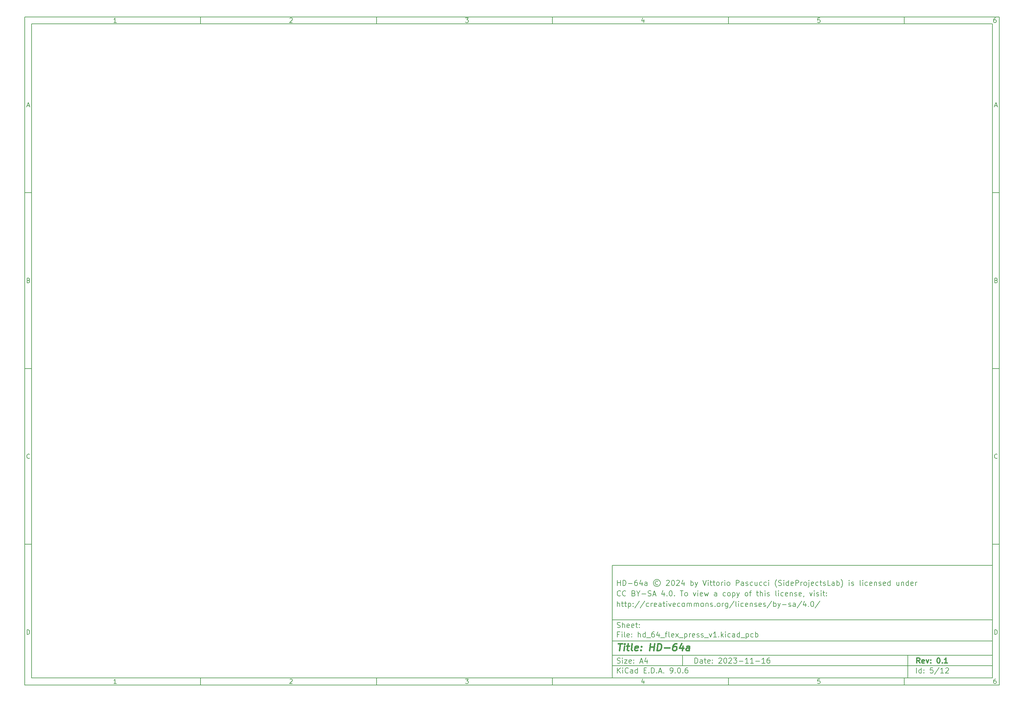
<source format=gbr>
%TF.GenerationSoftware,KiCad,Pcbnew,9.0.6*%
%TF.CreationDate,2025-11-27T00:01:33+01:00*%
%TF.ProjectId,hd_64_flex_press_v1,68645f36-345f-4666-9c65-785f70726573,0.1*%
%TF.SameCoordinates,PXd7966e0PY3c8eee0*%
%TF.FileFunction,Legend,Top*%
%TF.FilePolarity,Positive*%
%FSLAX46Y46*%
G04 Gerber Fmt 4.6, Leading zero omitted, Abs format (unit mm)*
G04 Created by KiCad (PCBNEW 9.0.6) date 2025-11-27 00:01:33*
%MOMM*%
%LPD*%
G01*
G04 APERTURE LIST*
%ADD10C,0.100000*%
%ADD11C,0.150000*%
%ADD12C,0.300000*%
%ADD13C,0.400000*%
G04 APERTURE END LIST*
D10*
D11*
X-49057800Y-102507200D02*
X58942200Y-102507200D01*
X58942200Y-134507200D01*
X-49057800Y-134507200D01*
X-49057800Y-102507200D01*
D10*
D11*
X-216060000Y53500000D02*
X60942200Y53500000D01*
X60942200Y-136507200D01*
X-216060000Y-136507200D01*
X-216060000Y53500000D01*
D10*
D11*
X-214060000Y51500000D02*
X58942200Y51500000D01*
X58942200Y-134507200D01*
X-214060000Y-134507200D01*
X-214060000Y51500000D01*
D10*
D11*
X-166060000Y51500000D02*
X-166060000Y53500000D01*
D10*
D11*
X-116060000Y51500000D02*
X-116060000Y53500000D01*
D10*
D11*
X-66060000Y51500000D02*
X-66060000Y53500000D01*
D10*
D11*
X-16060000Y51500000D02*
X-16060000Y53500000D01*
D10*
D11*
X33940000Y51500000D02*
X33940000Y53500000D01*
D10*
D11*
X-189970840Y51906396D02*
X-190713697Y51906396D01*
X-190342269Y51906396D02*
X-190342269Y53206396D01*
X-190342269Y53206396D02*
X-190466078Y53020681D01*
X-190466078Y53020681D02*
X-190589888Y52896872D01*
X-190589888Y52896872D02*
X-190713697Y52834967D01*
D10*
D11*
X-140713697Y53082586D02*
X-140651793Y53144491D01*
X-140651793Y53144491D02*
X-140527983Y53206396D01*
X-140527983Y53206396D02*
X-140218459Y53206396D01*
X-140218459Y53206396D02*
X-140094650Y53144491D01*
X-140094650Y53144491D02*
X-140032745Y53082586D01*
X-140032745Y53082586D02*
X-139970840Y52958777D01*
X-139970840Y52958777D02*
X-139970840Y52834967D01*
X-139970840Y52834967D02*
X-140032745Y52649253D01*
X-140032745Y52649253D02*
X-140775602Y51906396D01*
X-140775602Y51906396D02*
X-139970840Y51906396D01*
D10*
D11*
X-90775602Y53206396D02*
X-89970840Y53206396D01*
X-89970840Y53206396D02*
X-90404174Y52711158D01*
X-90404174Y52711158D02*
X-90218459Y52711158D01*
X-90218459Y52711158D02*
X-90094650Y52649253D01*
X-90094650Y52649253D02*
X-90032745Y52587348D01*
X-90032745Y52587348D02*
X-89970840Y52463539D01*
X-89970840Y52463539D02*
X-89970840Y52154015D01*
X-89970840Y52154015D02*
X-90032745Y52030205D01*
X-90032745Y52030205D02*
X-90094650Y51968300D01*
X-90094650Y51968300D02*
X-90218459Y51906396D01*
X-90218459Y51906396D02*
X-90589888Y51906396D01*
X-90589888Y51906396D02*
X-90713697Y51968300D01*
X-90713697Y51968300D02*
X-90775602Y52030205D01*
D10*
D11*
X-40094650Y52773062D02*
X-40094650Y51906396D01*
X-40404174Y53268300D02*
X-40713697Y52339729D01*
X-40713697Y52339729D02*
X-39908936Y52339729D01*
D10*
D11*
X9967255Y53206396D02*
X9348207Y53206396D01*
X9348207Y53206396D02*
X9286303Y52587348D01*
X9286303Y52587348D02*
X9348207Y52649253D01*
X9348207Y52649253D02*
X9472017Y52711158D01*
X9472017Y52711158D02*
X9781541Y52711158D01*
X9781541Y52711158D02*
X9905350Y52649253D01*
X9905350Y52649253D02*
X9967255Y52587348D01*
X9967255Y52587348D02*
X10029160Y52463539D01*
X10029160Y52463539D02*
X10029160Y52154015D01*
X10029160Y52154015D02*
X9967255Y52030205D01*
X9967255Y52030205D02*
X9905350Y51968300D01*
X9905350Y51968300D02*
X9781541Y51906396D01*
X9781541Y51906396D02*
X9472017Y51906396D01*
X9472017Y51906396D02*
X9348207Y51968300D01*
X9348207Y51968300D02*
X9286303Y52030205D01*
D10*
D11*
X59905350Y53206396D02*
X59657731Y53206396D01*
X59657731Y53206396D02*
X59533922Y53144491D01*
X59533922Y53144491D02*
X59472017Y53082586D01*
X59472017Y53082586D02*
X59348207Y52896872D01*
X59348207Y52896872D02*
X59286303Y52649253D01*
X59286303Y52649253D02*
X59286303Y52154015D01*
X59286303Y52154015D02*
X59348207Y52030205D01*
X59348207Y52030205D02*
X59410112Y51968300D01*
X59410112Y51968300D02*
X59533922Y51906396D01*
X59533922Y51906396D02*
X59781541Y51906396D01*
X59781541Y51906396D02*
X59905350Y51968300D01*
X59905350Y51968300D02*
X59967255Y52030205D01*
X59967255Y52030205D02*
X60029160Y52154015D01*
X60029160Y52154015D02*
X60029160Y52463539D01*
X60029160Y52463539D02*
X59967255Y52587348D01*
X59967255Y52587348D02*
X59905350Y52649253D01*
X59905350Y52649253D02*
X59781541Y52711158D01*
X59781541Y52711158D02*
X59533922Y52711158D01*
X59533922Y52711158D02*
X59410112Y52649253D01*
X59410112Y52649253D02*
X59348207Y52587348D01*
X59348207Y52587348D02*
X59286303Y52463539D01*
D10*
D11*
X-166060000Y-134507200D02*
X-166060000Y-136507200D01*
D10*
D11*
X-116060000Y-134507200D02*
X-116060000Y-136507200D01*
D10*
D11*
X-66060000Y-134507200D02*
X-66060000Y-136507200D01*
D10*
D11*
X-16060000Y-134507200D02*
X-16060000Y-136507200D01*
D10*
D11*
X33940000Y-134507200D02*
X33940000Y-136507200D01*
D10*
D11*
X-189970840Y-136100804D02*
X-190713697Y-136100804D01*
X-190342269Y-136100804D02*
X-190342269Y-134800804D01*
X-190342269Y-134800804D02*
X-190466078Y-134986519D01*
X-190466078Y-134986519D02*
X-190589888Y-135110328D01*
X-190589888Y-135110328D02*
X-190713697Y-135172233D01*
D10*
D11*
X-140713697Y-134924614D02*
X-140651793Y-134862709D01*
X-140651793Y-134862709D02*
X-140527983Y-134800804D01*
X-140527983Y-134800804D02*
X-140218459Y-134800804D01*
X-140218459Y-134800804D02*
X-140094650Y-134862709D01*
X-140094650Y-134862709D02*
X-140032745Y-134924614D01*
X-140032745Y-134924614D02*
X-139970840Y-135048423D01*
X-139970840Y-135048423D02*
X-139970840Y-135172233D01*
X-139970840Y-135172233D02*
X-140032745Y-135357947D01*
X-140032745Y-135357947D02*
X-140775602Y-136100804D01*
X-140775602Y-136100804D02*
X-139970840Y-136100804D01*
D10*
D11*
X-90775602Y-134800804D02*
X-89970840Y-134800804D01*
X-89970840Y-134800804D02*
X-90404174Y-135296042D01*
X-90404174Y-135296042D02*
X-90218459Y-135296042D01*
X-90218459Y-135296042D02*
X-90094650Y-135357947D01*
X-90094650Y-135357947D02*
X-90032745Y-135419852D01*
X-90032745Y-135419852D02*
X-89970840Y-135543661D01*
X-89970840Y-135543661D02*
X-89970840Y-135853185D01*
X-89970840Y-135853185D02*
X-90032745Y-135976995D01*
X-90032745Y-135976995D02*
X-90094650Y-136038900D01*
X-90094650Y-136038900D02*
X-90218459Y-136100804D01*
X-90218459Y-136100804D02*
X-90589888Y-136100804D01*
X-90589888Y-136100804D02*
X-90713697Y-136038900D01*
X-90713697Y-136038900D02*
X-90775602Y-135976995D01*
D10*
D11*
X-40094650Y-135234138D02*
X-40094650Y-136100804D01*
X-40404174Y-134738900D02*
X-40713697Y-135667471D01*
X-40713697Y-135667471D02*
X-39908936Y-135667471D01*
D10*
D11*
X9967255Y-134800804D02*
X9348207Y-134800804D01*
X9348207Y-134800804D02*
X9286303Y-135419852D01*
X9286303Y-135419852D02*
X9348207Y-135357947D01*
X9348207Y-135357947D02*
X9472017Y-135296042D01*
X9472017Y-135296042D02*
X9781541Y-135296042D01*
X9781541Y-135296042D02*
X9905350Y-135357947D01*
X9905350Y-135357947D02*
X9967255Y-135419852D01*
X9967255Y-135419852D02*
X10029160Y-135543661D01*
X10029160Y-135543661D02*
X10029160Y-135853185D01*
X10029160Y-135853185D02*
X9967255Y-135976995D01*
X9967255Y-135976995D02*
X9905350Y-136038900D01*
X9905350Y-136038900D02*
X9781541Y-136100804D01*
X9781541Y-136100804D02*
X9472017Y-136100804D01*
X9472017Y-136100804D02*
X9348207Y-136038900D01*
X9348207Y-136038900D02*
X9286303Y-135976995D01*
D10*
D11*
X59905350Y-134800804D02*
X59657731Y-134800804D01*
X59657731Y-134800804D02*
X59533922Y-134862709D01*
X59533922Y-134862709D02*
X59472017Y-134924614D01*
X59472017Y-134924614D02*
X59348207Y-135110328D01*
X59348207Y-135110328D02*
X59286303Y-135357947D01*
X59286303Y-135357947D02*
X59286303Y-135853185D01*
X59286303Y-135853185D02*
X59348207Y-135976995D01*
X59348207Y-135976995D02*
X59410112Y-136038900D01*
X59410112Y-136038900D02*
X59533922Y-136100804D01*
X59533922Y-136100804D02*
X59781541Y-136100804D01*
X59781541Y-136100804D02*
X59905350Y-136038900D01*
X59905350Y-136038900D02*
X59967255Y-135976995D01*
X59967255Y-135976995D02*
X60029160Y-135853185D01*
X60029160Y-135853185D02*
X60029160Y-135543661D01*
X60029160Y-135543661D02*
X59967255Y-135419852D01*
X59967255Y-135419852D02*
X59905350Y-135357947D01*
X59905350Y-135357947D02*
X59781541Y-135296042D01*
X59781541Y-135296042D02*
X59533922Y-135296042D01*
X59533922Y-135296042D02*
X59410112Y-135357947D01*
X59410112Y-135357947D02*
X59348207Y-135419852D01*
X59348207Y-135419852D02*
X59286303Y-135543661D01*
D10*
D11*
X-216060000Y3500000D02*
X-214060000Y3500000D01*
D10*
D11*
X-216060000Y-46500000D02*
X-214060000Y-46500000D01*
D10*
D11*
X-216060000Y-96500000D02*
X-214060000Y-96500000D01*
D10*
D11*
X-215369524Y28277824D02*
X-214750477Y28277824D01*
X-215493334Y27906396D02*
X-215060001Y29206396D01*
X-215060001Y29206396D02*
X-214626667Y27906396D01*
D10*
D11*
X-214967143Y-21412652D02*
X-214781429Y-21474557D01*
X-214781429Y-21474557D02*
X-214719524Y-21536461D01*
X-214719524Y-21536461D02*
X-214657620Y-21660271D01*
X-214657620Y-21660271D02*
X-214657620Y-21845985D01*
X-214657620Y-21845985D02*
X-214719524Y-21969795D01*
X-214719524Y-21969795D02*
X-214781429Y-22031700D01*
X-214781429Y-22031700D02*
X-214905239Y-22093604D01*
X-214905239Y-22093604D02*
X-215400477Y-22093604D01*
X-215400477Y-22093604D02*
X-215400477Y-20793604D01*
X-215400477Y-20793604D02*
X-214967143Y-20793604D01*
X-214967143Y-20793604D02*
X-214843334Y-20855509D01*
X-214843334Y-20855509D02*
X-214781429Y-20917414D01*
X-214781429Y-20917414D02*
X-214719524Y-21041223D01*
X-214719524Y-21041223D02*
X-214719524Y-21165033D01*
X-214719524Y-21165033D02*
X-214781429Y-21288842D01*
X-214781429Y-21288842D02*
X-214843334Y-21350747D01*
X-214843334Y-21350747D02*
X-214967143Y-21412652D01*
X-214967143Y-21412652D02*
X-215400477Y-21412652D01*
D10*
D11*
X-214657620Y-71969795D02*
X-214719524Y-72031700D01*
X-214719524Y-72031700D02*
X-214905239Y-72093604D01*
X-214905239Y-72093604D02*
X-215029048Y-72093604D01*
X-215029048Y-72093604D02*
X-215214762Y-72031700D01*
X-215214762Y-72031700D02*
X-215338572Y-71907890D01*
X-215338572Y-71907890D02*
X-215400477Y-71784080D01*
X-215400477Y-71784080D02*
X-215462381Y-71536461D01*
X-215462381Y-71536461D02*
X-215462381Y-71350747D01*
X-215462381Y-71350747D02*
X-215400477Y-71103128D01*
X-215400477Y-71103128D02*
X-215338572Y-70979319D01*
X-215338572Y-70979319D02*
X-215214762Y-70855509D01*
X-215214762Y-70855509D02*
X-215029048Y-70793604D01*
X-215029048Y-70793604D02*
X-214905239Y-70793604D01*
X-214905239Y-70793604D02*
X-214719524Y-70855509D01*
X-214719524Y-70855509D02*
X-214657620Y-70917414D01*
D10*
D11*
X-215400477Y-122093604D02*
X-215400477Y-120793604D01*
X-215400477Y-120793604D02*
X-215090953Y-120793604D01*
X-215090953Y-120793604D02*
X-214905239Y-120855509D01*
X-214905239Y-120855509D02*
X-214781429Y-120979319D01*
X-214781429Y-120979319D02*
X-214719524Y-121103128D01*
X-214719524Y-121103128D02*
X-214657620Y-121350747D01*
X-214657620Y-121350747D02*
X-214657620Y-121536461D01*
X-214657620Y-121536461D02*
X-214719524Y-121784080D01*
X-214719524Y-121784080D02*
X-214781429Y-121907890D01*
X-214781429Y-121907890D02*
X-214905239Y-122031700D01*
X-214905239Y-122031700D02*
X-215090953Y-122093604D01*
X-215090953Y-122093604D02*
X-215400477Y-122093604D01*
D10*
D11*
X60942200Y3500000D02*
X58942200Y3500000D01*
D10*
D11*
X60942200Y-46500000D02*
X58942200Y-46500000D01*
D10*
D11*
X60942200Y-96500000D02*
X58942200Y-96500000D01*
D10*
D11*
X59632676Y28277824D02*
X60251723Y28277824D01*
X59508866Y27906396D02*
X59942199Y29206396D01*
X59942199Y29206396D02*
X60375533Y27906396D01*
D10*
D11*
X60035057Y-21412652D02*
X60220771Y-21474557D01*
X60220771Y-21474557D02*
X60282676Y-21536461D01*
X60282676Y-21536461D02*
X60344580Y-21660271D01*
X60344580Y-21660271D02*
X60344580Y-21845985D01*
X60344580Y-21845985D02*
X60282676Y-21969795D01*
X60282676Y-21969795D02*
X60220771Y-22031700D01*
X60220771Y-22031700D02*
X60096961Y-22093604D01*
X60096961Y-22093604D02*
X59601723Y-22093604D01*
X59601723Y-22093604D02*
X59601723Y-20793604D01*
X59601723Y-20793604D02*
X60035057Y-20793604D01*
X60035057Y-20793604D02*
X60158866Y-20855509D01*
X60158866Y-20855509D02*
X60220771Y-20917414D01*
X60220771Y-20917414D02*
X60282676Y-21041223D01*
X60282676Y-21041223D02*
X60282676Y-21165033D01*
X60282676Y-21165033D02*
X60220771Y-21288842D01*
X60220771Y-21288842D02*
X60158866Y-21350747D01*
X60158866Y-21350747D02*
X60035057Y-21412652D01*
X60035057Y-21412652D02*
X59601723Y-21412652D01*
D10*
D11*
X60344580Y-71969795D02*
X60282676Y-72031700D01*
X60282676Y-72031700D02*
X60096961Y-72093604D01*
X60096961Y-72093604D02*
X59973152Y-72093604D01*
X59973152Y-72093604D02*
X59787438Y-72031700D01*
X59787438Y-72031700D02*
X59663628Y-71907890D01*
X59663628Y-71907890D02*
X59601723Y-71784080D01*
X59601723Y-71784080D02*
X59539819Y-71536461D01*
X59539819Y-71536461D02*
X59539819Y-71350747D01*
X59539819Y-71350747D02*
X59601723Y-71103128D01*
X59601723Y-71103128D02*
X59663628Y-70979319D01*
X59663628Y-70979319D02*
X59787438Y-70855509D01*
X59787438Y-70855509D02*
X59973152Y-70793604D01*
X59973152Y-70793604D02*
X60096961Y-70793604D01*
X60096961Y-70793604D02*
X60282676Y-70855509D01*
X60282676Y-70855509D02*
X60344580Y-70917414D01*
D10*
D11*
X59601723Y-122093604D02*
X59601723Y-120793604D01*
X59601723Y-120793604D02*
X59911247Y-120793604D01*
X59911247Y-120793604D02*
X60096961Y-120855509D01*
X60096961Y-120855509D02*
X60220771Y-120979319D01*
X60220771Y-120979319D02*
X60282676Y-121103128D01*
X60282676Y-121103128D02*
X60344580Y-121350747D01*
X60344580Y-121350747D02*
X60344580Y-121536461D01*
X60344580Y-121536461D02*
X60282676Y-121784080D01*
X60282676Y-121784080D02*
X60220771Y-121907890D01*
X60220771Y-121907890D02*
X60096961Y-122031700D01*
X60096961Y-122031700D02*
X59911247Y-122093604D01*
X59911247Y-122093604D02*
X59601723Y-122093604D01*
D10*
D11*
X-25601974Y-130293328D02*
X-25601974Y-128793328D01*
X-25601974Y-128793328D02*
X-25244831Y-128793328D01*
X-25244831Y-128793328D02*
X-25030545Y-128864757D01*
X-25030545Y-128864757D02*
X-24887688Y-129007614D01*
X-24887688Y-129007614D02*
X-24816259Y-129150471D01*
X-24816259Y-129150471D02*
X-24744831Y-129436185D01*
X-24744831Y-129436185D02*
X-24744831Y-129650471D01*
X-24744831Y-129650471D02*
X-24816259Y-129936185D01*
X-24816259Y-129936185D02*
X-24887688Y-130079042D01*
X-24887688Y-130079042D02*
X-25030545Y-130221900D01*
X-25030545Y-130221900D02*
X-25244831Y-130293328D01*
X-25244831Y-130293328D02*
X-25601974Y-130293328D01*
X-23459116Y-130293328D02*
X-23459116Y-129507614D01*
X-23459116Y-129507614D02*
X-23530545Y-129364757D01*
X-23530545Y-129364757D02*
X-23673402Y-129293328D01*
X-23673402Y-129293328D02*
X-23959116Y-129293328D01*
X-23959116Y-129293328D02*
X-24101974Y-129364757D01*
X-23459116Y-130221900D02*
X-23601974Y-130293328D01*
X-23601974Y-130293328D02*
X-23959116Y-130293328D01*
X-23959116Y-130293328D02*
X-24101974Y-130221900D01*
X-24101974Y-130221900D02*
X-24173402Y-130079042D01*
X-24173402Y-130079042D02*
X-24173402Y-129936185D01*
X-24173402Y-129936185D02*
X-24101974Y-129793328D01*
X-24101974Y-129793328D02*
X-23959116Y-129721900D01*
X-23959116Y-129721900D02*
X-23601974Y-129721900D01*
X-23601974Y-129721900D02*
X-23459116Y-129650471D01*
X-22959116Y-129293328D02*
X-22387688Y-129293328D01*
X-22744831Y-128793328D02*
X-22744831Y-130079042D01*
X-22744831Y-130079042D02*
X-22673402Y-130221900D01*
X-22673402Y-130221900D02*
X-22530545Y-130293328D01*
X-22530545Y-130293328D02*
X-22387688Y-130293328D01*
X-21316259Y-130221900D02*
X-21459116Y-130293328D01*
X-21459116Y-130293328D02*
X-21744830Y-130293328D01*
X-21744830Y-130293328D02*
X-21887688Y-130221900D01*
X-21887688Y-130221900D02*
X-21959116Y-130079042D01*
X-21959116Y-130079042D02*
X-21959116Y-129507614D01*
X-21959116Y-129507614D02*
X-21887688Y-129364757D01*
X-21887688Y-129364757D02*
X-21744830Y-129293328D01*
X-21744830Y-129293328D02*
X-21459116Y-129293328D01*
X-21459116Y-129293328D02*
X-21316259Y-129364757D01*
X-21316259Y-129364757D02*
X-21244830Y-129507614D01*
X-21244830Y-129507614D02*
X-21244830Y-129650471D01*
X-21244830Y-129650471D02*
X-21959116Y-129793328D01*
X-20601974Y-130150471D02*
X-20530545Y-130221900D01*
X-20530545Y-130221900D02*
X-20601974Y-130293328D01*
X-20601974Y-130293328D02*
X-20673402Y-130221900D01*
X-20673402Y-130221900D02*
X-20601974Y-130150471D01*
X-20601974Y-130150471D02*
X-20601974Y-130293328D01*
X-20601974Y-129364757D02*
X-20530545Y-129436185D01*
X-20530545Y-129436185D02*
X-20601974Y-129507614D01*
X-20601974Y-129507614D02*
X-20673402Y-129436185D01*
X-20673402Y-129436185D02*
X-20601974Y-129364757D01*
X-20601974Y-129364757D02*
X-20601974Y-129507614D01*
X-18816259Y-128936185D02*
X-18744831Y-128864757D01*
X-18744831Y-128864757D02*
X-18601973Y-128793328D01*
X-18601973Y-128793328D02*
X-18244831Y-128793328D01*
X-18244831Y-128793328D02*
X-18101973Y-128864757D01*
X-18101973Y-128864757D02*
X-18030545Y-128936185D01*
X-18030545Y-128936185D02*
X-17959116Y-129079042D01*
X-17959116Y-129079042D02*
X-17959116Y-129221900D01*
X-17959116Y-129221900D02*
X-18030545Y-129436185D01*
X-18030545Y-129436185D02*
X-18887688Y-130293328D01*
X-18887688Y-130293328D02*
X-17959116Y-130293328D01*
X-17030545Y-128793328D02*
X-16887688Y-128793328D01*
X-16887688Y-128793328D02*
X-16744831Y-128864757D01*
X-16744831Y-128864757D02*
X-16673402Y-128936185D01*
X-16673402Y-128936185D02*
X-16601974Y-129079042D01*
X-16601974Y-129079042D02*
X-16530545Y-129364757D01*
X-16530545Y-129364757D02*
X-16530545Y-129721900D01*
X-16530545Y-129721900D02*
X-16601974Y-130007614D01*
X-16601974Y-130007614D02*
X-16673402Y-130150471D01*
X-16673402Y-130150471D02*
X-16744831Y-130221900D01*
X-16744831Y-130221900D02*
X-16887688Y-130293328D01*
X-16887688Y-130293328D02*
X-17030545Y-130293328D01*
X-17030545Y-130293328D02*
X-17173402Y-130221900D01*
X-17173402Y-130221900D02*
X-17244831Y-130150471D01*
X-17244831Y-130150471D02*
X-17316260Y-130007614D01*
X-17316260Y-130007614D02*
X-17387688Y-129721900D01*
X-17387688Y-129721900D02*
X-17387688Y-129364757D01*
X-17387688Y-129364757D02*
X-17316260Y-129079042D01*
X-17316260Y-129079042D02*
X-17244831Y-128936185D01*
X-17244831Y-128936185D02*
X-17173402Y-128864757D01*
X-17173402Y-128864757D02*
X-17030545Y-128793328D01*
X-15959117Y-128936185D02*
X-15887689Y-128864757D01*
X-15887689Y-128864757D02*
X-15744831Y-128793328D01*
X-15744831Y-128793328D02*
X-15387689Y-128793328D01*
X-15387689Y-128793328D02*
X-15244831Y-128864757D01*
X-15244831Y-128864757D02*
X-15173403Y-128936185D01*
X-15173403Y-128936185D02*
X-15101974Y-129079042D01*
X-15101974Y-129079042D02*
X-15101974Y-129221900D01*
X-15101974Y-129221900D02*
X-15173403Y-129436185D01*
X-15173403Y-129436185D02*
X-16030546Y-130293328D01*
X-16030546Y-130293328D02*
X-15101974Y-130293328D01*
X-14601975Y-128793328D02*
X-13673403Y-128793328D01*
X-13673403Y-128793328D02*
X-14173403Y-129364757D01*
X-14173403Y-129364757D02*
X-13959118Y-129364757D01*
X-13959118Y-129364757D02*
X-13816260Y-129436185D01*
X-13816260Y-129436185D02*
X-13744832Y-129507614D01*
X-13744832Y-129507614D02*
X-13673403Y-129650471D01*
X-13673403Y-129650471D02*
X-13673403Y-130007614D01*
X-13673403Y-130007614D02*
X-13744832Y-130150471D01*
X-13744832Y-130150471D02*
X-13816260Y-130221900D01*
X-13816260Y-130221900D02*
X-13959118Y-130293328D01*
X-13959118Y-130293328D02*
X-14387689Y-130293328D01*
X-14387689Y-130293328D02*
X-14530546Y-130221900D01*
X-14530546Y-130221900D02*
X-14601975Y-130150471D01*
X-13030547Y-129721900D02*
X-11887689Y-129721900D01*
X-10387689Y-130293328D02*
X-11244832Y-130293328D01*
X-10816261Y-130293328D02*
X-10816261Y-128793328D01*
X-10816261Y-128793328D02*
X-10959118Y-129007614D01*
X-10959118Y-129007614D02*
X-11101975Y-129150471D01*
X-11101975Y-129150471D02*
X-11244832Y-129221900D01*
X-8959118Y-130293328D02*
X-9816261Y-130293328D01*
X-9387690Y-130293328D02*
X-9387690Y-128793328D01*
X-9387690Y-128793328D02*
X-9530547Y-129007614D01*
X-9530547Y-129007614D02*
X-9673404Y-129150471D01*
X-9673404Y-129150471D02*
X-9816261Y-129221900D01*
X-8316262Y-129721900D02*
X-7173404Y-129721900D01*
X-5673404Y-130293328D02*
X-6530547Y-130293328D01*
X-6101976Y-130293328D02*
X-6101976Y-128793328D01*
X-6101976Y-128793328D02*
X-6244833Y-129007614D01*
X-6244833Y-129007614D02*
X-6387690Y-129150471D01*
X-6387690Y-129150471D02*
X-6530547Y-129221900D01*
X-4387690Y-128793328D02*
X-4673405Y-128793328D01*
X-4673405Y-128793328D02*
X-4816262Y-128864757D01*
X-4816262Y-128864757D02*
X-4887690Y-128936185D01*
X-4887690Y-128936185D02*
X-5030548Y-129150471D01*
X-5030548Y-129150471D02*
X-5101976Y-129436185D01*
X-5101976Y-129436185D02*
X-5101976Y-130007614D01*
X-5101976Y-130007614D02*
X-5030548Y-130150471D01*
X-5030548Y-130150471D02*
X-4959119Y-130221900D01*
X-4959119Y-130221900D02*
X-4816262Y-130293328D01*
X-4816262Y-130293328D02*
X-4530548Y-130293328D01*
X-4530548Y-130293328D02*
X-4387690Y-130221900D01*
X-4387690Y-130221900D02*
X-4316262Y-130150471D01*
X-4316262Y-130150471D02*
X-4244833Y-130007614D01*
X-4244833Y-130007614D02*
X-4244833Y-129650471D01*
X-4244833Y-129650471D02*
X-4316262Y-129507614D01*
X-4316262Y-129507614D02*
X-4387690Y-129436185D01*
X-4387690Y-129436185D02*
X-4530548Y-129364757D01*
X-4530548Y-129364757D02*
X-4816262Y-129364757D01*
X-4816262Y-129364757D02*
X-4959119Y-129436185D01*
X-4959119Y-129436185D02*
X-5030548Y-129507614D01*
X-5030548Y-129507614D02*
X-5101976Y-129650471D01*
D10*
D11*
X-49057800Y-131007200D02*
X58942200Y-131007200D01*
D10*
D11*
X-47601974Y-133093328D02*
X-47601974Y-131593328D01*
X-46744831Y-133093328D02*
X-47387688Y-132236185D01*
X-46744831Y-131593328D02*
X-47601974Y-132450471D01*
X-46101974Y-133093328D02*
X-46101974Y-132093328D01*
X-46101974Y-131593328D02*
X-46173402Y-131664757D01*
X-46173402Y-131664757D02*
X-46101974Y-131736185D01*
X-46101974Y-131736185D02*
X-46030545Y-131664757D01*
X-46030545Y-131664757D02*
X-46101974Y-131593328D01*
X-46101974Y-131593328D02*
X-46101974Y-131736185D01*
X-44530545Y-132950471D02*
X-44601973Y-133021900D01*
X-44601973Y-133021900D02*
X-44816259Y-133093328D01*
X-44816259Y-133093328D02*
X-44959116Y-133093328D01*
X-44959116Y-133093328D02*
X-45173402Y-133021900D01*
X-45173402Y-133021900D02*
X-45316259Y-132879042D01*
X-45316259Y-132879042D02*
X-45387688Y-132736185D01*
X-45387688Y-132736185D02*
X-45459116Y-132450471D01*
X-45459116Y-132450471D02*
X-45459116Y-132236185D01*
X-45459116Y-132236185D02*
X-45387688Y-131950471D01*
X-45387688Y-131950471D02*
X-45316259Y-131807614D01*
X-45316259Y-131807614D02*
X-45173402Y-131664757D01*
X-45173402Y-131664757D02*
X-44959116Y-131593328D01*
X-44959116Y-131593328D02*
X-44816259Y-131593328D01*
X-44816259Y-131593328D02*
X-44601973Y-131664757D01*
X-44601973Y-131664757D02*
X-44530545Y-131736185D01*
X-43244830Y-133093328D02*
X-43244830Y-132307614D01*
X-43244830Y-132307614D02*
X-43316259Y-132164757D01*
X-43316259Y-132164757D02*
X-43459116Y-132093328D01*
X-43459116Y-132093328D02*
X-43744830Y-132093328D01*
X-43744830Y-132093328D02*
X-43887688Y-132164757D01*
X-43244830Y-133021900D02*
X-43387688Y-133093328D01*
X-43387688Y-133093328D02*
X-43744830Y-133093328D01*
X-43744830Y-133093328D02*
X-43887688Y-133021900D01*
X-43887688Y-133021900D02*
X-43959116Y-132879042D01*
X-43959116Y-132879042D02*
X-43959116Y-132736185D01*
X-43959116Y-132736185D02*
X-43887688Y-132593328D01*
X-43887688Y-132593328D02*
X-43744830Y-132521900D01*
X-43744830Y-132521900D02*
X-43387688Y-132521900D01*
X-43387688Y-132521900D02*
X-43244830Y-132450471D01*
X-41887687Y-133093328D02*
X-41887687Y-131593328D01*
X-41887687Y-133021900D02*
X-42030545Y-133093328D01*
X-42030545Y-133093328D02*
X-42316259Y-133093328D01*
X-42316259Y-133093328D02*
X-42459116Y-133021900D01*
X-42459116Y-133021900D02*
X-42530545Y-132950471D01*
X-42530545Y-132950471D02*
X-42601973Y-132807614D01*
X-42601973Y-132807614D02*
X-42601973Y-132379042D01*
X-42601973Y-132379042D02*
X-42530545Y-132236185D01*
X-42530545Y-132236185D02*
X-42459116Y-132164757D01*
X-42459116Y-132164757D02*
X-42316259Y-132093328D01*
X-42316259Y-132093328D02*
X-42030545Y-132093328D01*
X-42030545Y-132093328D02*
X-41887687Y-132164757D01*
X-40030545Y-132307614D02*
X-39530545Y-132307614D01*
X-39316259Y-133093328D02*
X-40030545Y-133093328D01*
X-40030545Y-133093328D02*
X-40030545Y-131593328D01*
X-40030545Y-131593328D02*
X-39316259Y-131593328D01*
X-38673402Y-132950471D02*
X-38601973Y-133021900D01*
X-38601973Y-133021900D02*
X-38673402Y-133093328D01*
X-38673402Y-133093328D02*
X-38744830Y-133021900D01*
X-38744830Y-133021900D02*
X-38673402Y-132950471D01*
X-38673402Y-132950471D02*
X-38673402Y-133093328D01*
X-37959116Y-133093328D02*
X-37959116Y-131593328D01*
X-37959116Y-131593328D02*
X-37601973Y-131593328D01*
X-37601973Y-131593328D02*
X-37387687Y-131664757D01*
X-37387687Y-131664757D02*
X-37244830Y-131807614D01*
X-37244830Y-131807614D02*
X-37173401Y-131950471D01*
X-37173401Y-131950471D02*
X-37101973Y-132236185D01*
X-37101973Y-132236185D02*
X-37101973Y-132450471D01*
X-37101973Y-132450471D02*
X-37173401Y-132736185D01*
X-37173401Y-132736185D02*
X-37244830Y-132879042D01*
X-37244830Y-132879042D02*
X-37387687Y-133021900D01*
X-37387687Y-133021900D02*
X-37601973Y-133093328D01*
X-37601973Y-133093328D02*
X-37959116Y-133093328D01*
X-36459116Y-132950471D02*
X-36387687Y-133021900D01*
X-36387687Y-133021900D02*
X-36459116Y-133093328D01*
X-36459116Y-133093328D02*
X-36530544Y-133021900D01*
X-36530544Y-133021900D02*
X-36459116Y-132950471D01*
X-36459116Y-132950471D02*
X-36459116Y-133093328D01*
X-35816258Y-132664757D02*
X-35101972Y-132664757D01*
X-35959115Y-133093328D02*
X-35459115Y-131593328D01*
X-35459115Y-131593328D02*
X-34959115Y-133093328D01*
X-34459116Y-132950471D02*
X-34387687Y-133021900D01*
X-34387687Y-133021900D02*
X-34459116Y-133093328D01*
X-34459116Y-133093328D02*
X-34530544Y-133021900D01*
X-34530544Y-133021900D02*
X-34459116Y-132950471D01*
X-34459116Y-132950471D02*
X-34459116Y-133093328D01*
X-32530544Y-133093328D02*
X-32244830Y-133093328D01*
X-32244830Y-133093328D02*
X-32101973Y-133021900D01*
X-32101973Y-133021900D02*
X-32030544Y-132950471D01*
X-32030544Y-132950471D02*
X-31887687Y-132736185D01*
X-31887687Y-132736185D02*
X-31816258Y-132450471D01*
X-31816258Y-132450471D02*
X-31816258Y-131879042D01*
X-31816258Y-131879042D02*
X-31887687Y-131736185D01*
X-31887687Y-131736185D02*
X-31959115Y-131664757D01*
X-31959115Y-131664757D02*
X-32101973Y-131593328D01*
X-32101973Y-131593328D02*
X-32387687Y-131593328D01*
X-32387687Y-131593328D02*
X-32530544Y-131664757D01*
X-32530544Y-131664757D02*
X-32601973Y-131736185D01*
X-32601973Y-131736185D02*
X-32673401Y-131879042D01*
X-32673401Y-131879042D02*
X-32673401Y-132236185D01*
X-32673401Y-132236185D02*
X-32601973Y-132379042D01*
X-32601973Y-132379042D02*
X-32530544Y-132450471D01*
X-32530544Y-132450471D02*
X-32387687Y-132521900D01*
X-32387687Y-132521900D02*
X-32101973Y-132521900D01*
X-32101973Y-132521900D02*
X-31959115Y-132450471D01*
X-31959115Y-132450471D02*
X-31887687Y-132379042D01*
X-31887687Y-132379042D02*
X-31816258Y-132236185D01*
X-31173402Y-132950471D02*
X-31101973Y-133021900D01*
X-31101973Y-133021900D02*
X-31173402Y-133093328D01*
X-31173402Y-133093328D02*
X-31244830Y-133021900D01*
X-31244830Y-133021900D02*
X-31173402Y-132950471D01*
X-31173402Y-132950471D02*
X-31173402Y-133093328D01*
X-30173401Y-131593328D02*
X-30030544Y-131593328D01*
X-30030544Y-131593328D02*
X-29887687Y-131664757D01*
X-29887687Y-131664757D02*
X-29816258Y-131736185D01*
X-29816258Y-131736185D02*
X-29744830Y-131879042D01*
X-29744830Y-131879042D02*
X-29673401Y-132164757D01*
X-29673401Y-132164757D02*
X-29673401Y-132521900D01*
X-29673401Y-132521900D02*
X-29744830Y-132807614D01*
X-29744830Y-132807614D02*
X-29816258Y-132950471D01*
X-29816258Y-132950471D02*
X-29887687Y-133021900D01*
X-29887687Y-133021900D02*
X-30030544Y-133093328D01*
X-30030544Y-133093328D02*
X-30173401Y-133093328D01*
X-30173401Y-133093328D02*
X-30316258Y-133021900D01*
X-30316258Y-133021900D02*
X-30387687Y-132950471D01*
X-30387687Y-132950471D02*
X-30459116Y-132807614D01*
X-30459116Y-132807614D02*
X-30530544Y-132521900D01*
X-30530544Y-132521900D02*
X-30530544Y-132164757D01*
X-30530544Y-132164757D02*
X-30459116Y-131879042D01*
X-30459116Y-131879042D02*
X-30387687Y-131736185D01*
X-30387687Y-131736185D02*
X-30316258Y-131664757D01*
X-30316258Y-131664757D02*
X-30173401Y-131593328D01*
X-29030545Y-132950471D02*
X-28959116Y-133021900D01*
X-28959116Y-133021900D02*
X-29030545Y-133093328D01*
X-29030545Y-133093328D02*
X-29101973Y-133021900D01*
X-29101973Y-133021900D02*
X-29030545Y-132950471D01*
X-29030545Y-132950471D02*
X-29030545Y-133093328D01*
X-27673401Y-131593328D02*
X-27959116Y-131593328D01*
X-27959116Y-131593328D02*
X-28101973Y-131664757D01*
X-28101973Y-131664757D02*
X-28173401Y-131736185D01*
X-28173401Y-131736185D02*
X-28316259Y-131950471D01*
X-28316259Y-131950471D02*
X-28387687Y-132236185D01*
X-28387687Y-132236185D02*
X-28387687Y-132807614D01*
X-28387687Y-132807614D02*
X-28316259Y-132950471D01*
X-28316259Y-132950471D02*
X-28244830Y-133021900D01*
X-28244830Y-133021900D02*
X-28101973Y-133093328D01*
X-28101973Y-133093328D02*
X-27816259Y-133093328D01*
X-27816259Y-133093328D02*
X-27673401Y-133021900D01*
X-27673401Y-133021900D02*
X-27601973Y-132950471D01*
X-27601973Y-132950471D02*
X-27530544Y-132807614D01*
X-27530544Y-132807614D02*
X-27530544Y-132450471D01*
X-27530544Y-132450471D02*
X-27601973Y-132307614D01*
X-27601973Y-132307614D02*
X-27673401Y-132236185D01*
X-27673401Y-132236185D02*
X-27816259Y-132164757D01*
X-27816259Y-132164757D02*
X-28101973Y-132164757D01*
X-28101973Y-132164757D02*
X-28244830Y-132236185D01*
X-28244830Y-132236185D02*
X-28316259Y-132307614D01*
X-28316259Y-132307614D02*
X-28387687Y-132450471D01*
D10*
D11*
X-49057800Y-128007200D02*
X58942200Y-128007200D01*
D10*
D12*
X38353853Y-130285528D02*
X37853853Y-129571242D01*
X37496710Y-130285528D02*
X37496710Y-128785528D01*
X37496710Y-128785528D02*
X38068139Y-128785528D01*
X38068139Y-128785528D02*
X38210996Y-128856957D01*
X38210996Y-128856957D02*
X38282425Y-128928385D01*
X38282425Y-128928385D02*
X38353853Y-129071242D01*
X38353853Y-129071242D02*
X38353853Y-129285528D01*
X38353853Y-129285528D02*
X38282425Y-129428385D01*
X38282425Y-129428385D02*
X38210996Y-129499814D01*
X38210996Y-129499814D02*
X38068139Y-129571242D01*
X38068139Y-129571242D02*
X37496710Y-129571242D01*
X39568139Y-130214100D02*
X39425282Y-130285528D01*
X39425282Y-130285528D02*
X39139568Y-130285528D01*
X39139568Y-130285528D02*
X38996710Y-130214100D01*
X38996710Y-130214100D02*
X38925282Y-130071242D01*
X38925282Y-130071242D02*
X38925282Y-129499814D01*
X38925282Y-129499814D02*
X38996710Y-129356957D01*
X38996710Y-129356957D02*
X39139568Y-129285528D01*
X39139568Y-129285528D02*
X39425282Y-129285528D01*
X39425282Y-129285528D02*
X39568139Y-129356957D01*
X39568139Y-129356957D02*
X39639568Y-129499814D01*
X39639568Y-129499814D02*
X39639568Y-129642671D01*
X39639568Y-129642671D02*
X38925282Y-129785528D01*
X40139567Y-129285528D02*
X40496710Y-130285528D01*
X40496710Y-130285528D02*
X40853853Y-129285528D01*
X41425281Y-130142671D02*
X41496710Y-130214100D01*
X41496710Y-130214100D02*
X41425281Y-130285528D01*
X41425281Y-130285528D02*
X41353853Y-130214100D01*
X41353853Y-130214100D02*
X41425281Y-130142671D01*
X41425281Y-130142671D02*
X41425281Y-130285528D01*
X41425281Y-129356957D02*
X41496710Y-129428385D01*
X41496710Y-129428385D02*
X41425281Y-129499814D01*
X41425281Y-129499814D02*
X41353853Y-129428385D01*
X41353853Y-129428385D02*
X41425281Y-129356957D01*
X41425281Y-129356957D02*
X41425281Y-129499814D01*
X43568139Y-128785528D02*
X43710996Y-128785528D01*
X43710996Y-128785528D02*
X43853853Y-128856957D01*
X43853853Y-128856957D02*
X43925282Y-128928385D01*
X43925282Y-128928385D02*
X43996710Y-129071242D01*
X43996710Y-129071242D02*
X44068139Y-129356957D01*
X44068139Y-129356957D02*
X44068139Y-129714100D01*
X44068139Y-129714100D02*
X43996710Y-129999814D01*
X43996710Y-129999814D02*
X43925282Y-130142671D01*
X43925282Y-130142671D02*
X43853853Y-130214100D01*
X43853853Y-130214100D02*
X43710996Y-130285528D01*
X43710996Y-130285528D02*
X43568139Y-130285528D01*
X43568139Y-130285528D02*
X43425282Y-130214100D01*
X43425282Y-130214100D02*
X43353853Y-130142671D01*
X43353853Y-130142671D02*
X43282424Y-129999814D01*
X43282424Y-129999814D02*
X43210996Y-129714100D01*
X43210996Y-129714100D02*
X43210996Y-129356957D01*
X43210996Y-129356957D02*
X43282424Y-129071242D01*
X43282424Y-129071242D02*
X43353853Y-128928385D01*
X43353853Y-128928385D02*
X43425282Y-128856957D01*
X43425282Y-128856957D02*
X43568139Y-128785528D01*
X44710995Y-130142671D02*
X44782424Y-130214100D01*
X44782424Y-130214100D02*
X44710995Y-130285528D01*
X44710995Y-130285528D02*
X44639567Y-130214100D01*
X44639567Y-130214100D02*
X44710995Y-130142671D01*
X44710995Y-130142671D02*
X44710995Y-130285528D01*
X46210996Y-130285528D02*
X45353853Y-130285528D01*
X45782424Y-130285528D02*
X45782424Y-128785528D01*
X45782424Y-128785528D02*
X45639567Y-128999814D01*
X45639567Y-128999814D02*
X45496710Y-129142671D01*
X45496710Y-129142671D02*
X45353853Y-129214100D01*
D10*
D11*
X-47673402Y-130221900D02*
X-47459116Y-130293328D01*
X-47459116Y-130293328D02*
X-47101974Y-130293328D01*
X-47101974Y-130293328D02*
X-46959116Y-130221900D01*
X-46959116Y-130221900D02*
X-46887688Y-130150471D01*
X-46887688Y-130150471D02*
X-46816259Y-130007614D01*
X-46816259Y-130007614D02*
X-46816259Y-129864757D01*
X-46816259Y-129864757D02*
X-46887688Y-129721900D01*
X-46887688Y-129721900D02*
X-46959116Y-129650471D01*
X-46959116Y-129650471D02*
X-47101974Y-129579042D01*
X-47101974Y-129579042D02*
X-47387688Y-129507614D01*
X-47387688Y-129507614D02*
X-47530545Y-129436185D01*
X-47530545Y-129436185D02*
X-47601974Y-129364757D01*
X-47601974Y-129364757D02*
X-47673402Y-129221900D01*
X-47673402Y-129221900D02*
X-47673402Y-129079042D01*
X-47673402Y-129079042D02*
X-47601974Y-128936185D01*
X-47601974Y-128936185D02*
X-47530545Y-128864757D01*
X-47530545Y-128864757D02*
X-47387688Y-128793328D01*
X-47387688Y-128793328D02*
X-47030545Y-128793328D01*
X-47030545Y-128793328D02*
X-46816259Y-128864757D01*
X-46173403Y-130293328D02*
X-46173403Y-129293328D01*
X-46173403Y-128793328D02*
X-46244831Y-128864757D01*
X-46244831Y-128864757D02*
X-46173403Y-128936185D01*
X-46173403Y-128936185D02*
X-46101974Y-128864757D01*
X-46101974Y-128864757D02*
X-46173403Y-128793328D01*
X-46173403Y-128793328D02*
X-46173403Y-128936185D01*
X-45601974Y-129293328D02*
X-44816259Y-129293328D01*
X-44816259Y-129293328D02*
X-45601974Y-130293328D01*
X-45601974Y-130293328D02*
X-44816259Y-130293328D01*
X-43673402Y-130221900D02*
X-43816259Y-130293328D01*
X-43816259Y-130293328D02*
X-44101973Y-130293328D01*
X-44101973Y-130293328D02*
X-44244831Y-130221900D01*
X-44244831Y-130221900D02*
X-44316259Y-130079042D01*
X-44316259Y-130079042D02*
X-44316259Y-129507614D01*
X-44316259Y-129507614D02*
X-44244831Y-129364757D01*
X-44244831Y-129364757D02*
X-44101973Y-129293328D01*
X-44101973Y-129293328D02*
X-43816259Y-129293328D01*
X-43816259Y-129293328D02*
X-43673402Y-129364757D01*
X-43673402Y-129364757D02*
X-43601973Y-129507614D01*
X-43601973Y-129507614D02*
X-43601973Y-129650471D01*
X-43601973Y-129650471D02*
X-44316259Y-129793328D01*
X-42959117Y-130150471D02*
X-42887688Y-130221900D01*
X-42887688Y-130221900D02*
X-42959117Y-130293328D01*
X-42959117Y-130293328D02*
X-43030545Y-130221900D01*
X-43030545Y-130221900D02*
X-42959117Y-130150471D01*
X-42959117Y-130150471D02*
X-42959117Y-130293328D01*
X-42959117Y-129364757D02*
X-42887688Y-129436185D01*
X-42887688Y-129436185D02*
X-42959117Y-129507614D01*
X-42959117Y-129507614D02*
X-43030545Y-129436185D01*
X-43030545Y-129436185D02*
X-42959117Y-129364757D01*
X-42959117Y-129364757D02*
X-42959117Y-129507614D01*
X-41173402Y-129864757D02*
X-40459116Y-129864757D01*
X-41316259Y-130293328D02*
X-40816259Y-128793328D01*
X-40816259Y-128793328D02*
X-40316259Y-130293328D01*
X-39173402Y-129293328D02*
X-39173402Y-130293328D01*
X-39530545Y-128721900D02*
X-39887688Y-129793328D01*
X-39887688Y-129793328D02*
X-38959117Y-129793328D01*
D10*
D11*
X37398026Y-133093328D02*
X37398026Y-131593328D01*
X38755170Y-133093328D02*
X38755170Y-131593328D01*
X38755170Y-133021900D02*
X38612312Y-133093328D01*
X38612312Y-133093328D02*
X38326598Y-133093328D01*
X38326598Y-133093328D02*
X38183741Y-133021900D01*
X38183741Y-133021900D02*
X38112312Y-132950471D01*
X38112312Y-132950471D02*
X38040884Y-132807614D01*
X38040884Y-132807614D02*
X38040884Y-132379042D01*
X38040884Y-132379042D02*
X38112312Y-132236185D01*
X38112312Y-132236185D02*
X38183741Y-132164757D01*
X38183741Y-132164757D02*
X38326598Y-132093328D01*
X38326598Y-132093328D02*
X38612312Y-132093328D01*
X38612312Y-132093328D02*
X38755170Y-132164757D01*
X39469455Y-132950471D02*
X39540884Y-133021900D01*
X39540884Y-133021900D02*
X39469455Y-133093328D01*
X39469455Y-133093328D02*
X39398027Y-133021900D01*
X39398027Y-133021900D02*
X39469455Y-132950471D01*
X39469455Y-132950471D02*
X39469455Y-133093328D01*
X39469455Y-132164757D02*
X39540884Y-132236185D01*
X39540884Y-132236185D02*
X39469455Y-132307614D01*
X39469455Y-132307614D02*
X39398027Y-132236185D01*
X39398027Y-132236185D02*
X39469455Y-132164757D01*
X39469455Y-132164757D02*
X39469455Y-132307614D01*
X42040884Y-131593328D02*
X41326598Y-131593328D01*
X41326598Y-131593328D02*
X41255170Y-132307614D01*
X41255170Y-132307614D02*
X41326598Y-132236185D01*
X41326598Y-132236185D02*
X41469456Y-132164757D01*
X41469456Y-132164757D02*
X41826598Y-132164757D01*
X41826598Y-132164757D02*
X41969456Y-132236185D01*
X41969456Y-132236185D02*
X42040884Y-132307614D01*
X42040884Y-132307614D02*
X42112313Y-132450471D01*
X42112313Y-132450471D02*
X42112313Y-132807614D01*
X42112313Y-132807614D02*
X42040884Y-132950471D01*
X42040884Y-132950471D02*
X41969456Y-133021900D01*
X41969456Y-133021900D02*
X41826598Y-133093328D01*
X41826598Y-133093328D02*
X41469456Y-133093328D01*
X41469456Y-133093328D02*
X41326598Y-133021900D01*
X41326598Y-133021900D02*
X41255170Y-132950471D01*
X43826598Y-131521900D02*
X42540884Y-133450471D01*
X45112313Y-133093328D02*
X44255170Y-133093328D01*
X44683741Y-133093328D02*
X44683741Y-131593328D01*
X44683741Y-131593328D02*
X44540884Y-131807614D01*
X44540884Y-131807614D02*
X44398027Y-131950471D01*
X44398027Y-131950471D02*
X44255170Y-132021900D01*
X45683741Y-131736185D02*
X45755169Y-131664757D01*
X45755169Y-131664757D02*
X45898027Y-131593328D01*
X45898027Y-131593328D02*
X46255169Y-131593328D01*
X46255169Y-131593328D02*
X46398027Y-131664757D01*
X46398027Y-131664757D02*
X46469455Y-131736185D01*
X46469455Y-131736185D02*
X46540884Y-131879042D01*
X46540884Y-131879042D02*
X46540884Y-132021900D01*
X46540884Y-132021900D02*
X46469455Y-132236185D01*
X46469455Y-132236185D02*
X45612312Y-133093328D01*
X45612312Y-133093328D02*
X46540884Y-133093328D01*
D10*
D11*
X-49057800Y-124007200D02*
X58942200Y-124007200D01*
D10*
D13*
X-47366072Y-124711638D02*
X-46223215Y-124711638D01*
X-47044643Y-126711638D02*
X-46794643Y-124711638D01*
X-45806548Y-126711638D02*
X-45639881Y-125378304D01*
X-45556548Y-124711638D02*
X-45663691Y-124806876D01*
X-45663691Y-124806876D02*
X-45580357Y-124902114D01*
X-45580357Y-124902114D02*
X-45473214Y-124806876D01*
X-45473214Y-124806876D02*
X-45556548Y-124711638D01*
X-45556548Y-124711638D02*
X-45580357Y-124902114D01*
X-44973214Y-125378304D02*
X-44211310Y-125378304D01*
X-44604167Y-124711638D02*
X-44818452Y-126425923D01*
X-44818452Y-126425923D02*
X-44747024Y-126616400D01*
X-44747024Y-126616400D02*
X-44568452Y-126711638D01*
X-44568452Y-126711638D02*
X-44377976Y-126711638D01*
X-43425595Y-126711638D02*
X-43604167Y-126616400D01*
X-43604167Y-126616400D02*
X-43675595Y-126425923D01*
X-43675595Y-126425923D02*
X-43461310Y-124711638D01*
X-41889881Y-126616400D02*
X-42092262Y-126711638D01*
X-42092262Y-126711638D02*
X-42473215Y-126711638D01*
X-42473215Y-126711638D02*
X-42651786Y-126616400D01*
X-42651786Y-126616400D02*
X-42723215Y-126425923D01*
X-42723215Y-126425923D02*
X-42627976Y-125664019D01*
X-42627976Y-125664019D02*
X-42508929Y-125473542D01*
X-42508929Y-125473542D02*
X-42306548Y-125378304D01*
X-42306548Y-125378304D02*
X-41925596Y-125378304D01*
X-41925596Y-125378304D02*
X-41747024Y-125473542D01*
X-41747024Y-125473542D02*
X-41675596Y-125664019D01*
X-41675596Y-125664019D02*
X-41699405Y-125854495D01*
X-41699405Y-125854495D02*
X-42675596Y-126044971D01*
X-40925595Y-126521161D02*
X-40842262Y-126616400D01*
X-40842262Y-126616400D02*
X-40949405Y-126711638D01*
X-40949405Y-126711638D02*
X-41032738Y-126616400D01*
X-41032738Y-126616400D02*
X-40925595Y-126521161D01*
X-40925595Y-126521161D02*
X-40949405Y-126711638D01*
X-40794643Y-125473542D02*
X-40711310Y-125568780D01*
X-40711310Y-125568780D02*
X-40818452Y-125664019D01*
X-40818452Y-125664019D02*
X-40901786Y-125568780D01*
X-40901786Y-125568780D02*
X-40794643Y-125473542D01*
X-40794643Y-125473542D02*
X-40818452Y-125664019D01*
X-38473214Y-126711638D02*
X-38223214Y-124711638D01*
X-38342261Y-125664019D02*
X-37199404Y-125664019D01*
X-37330357Y-126711638D02*
X-37080357Y-124711638D01*
X-36377976Y-126711638D02*
X-36127976Y-124711638D01*
X-36127976Y-124711638D02*
X-35651785Y-124711638D01*
X-35651785Y-124711638D02*
X-35377976Y-124806876D01*
X-35377976Y-124806876D02*
X-35211309Y-124997352D01*
X-35211309Y-124997352D02*
X-35139881Y-125187828D01*
X-35139881Y-125187828D02*
X-35092261Y-125568780D01*
X-35092261Y-125568780D02*
X-35127976Y-125854495D01*
X-35127976Y-125854495D02*
X-35270833Y-126235447D01*
X-35270833Y-126235447D02*
X-35389881Y-126425923D01*
X-35389881Y-126425923D02*
X-35604166Y-126616400D01*
X-35604166Y-126616400D02*
X-35901785Y-126711638D01*
X-35901785Y-126711638D02*
X-36377976Y-126711638D01*
X-34282738Y-125949733D02*
X-32758928Y-125949733D01*
X-30794643Y-124711638D02*
X-31175595Y-124711638D01*
X-31175595Y-124711638D02*
X-31377976Y-124806876D01*
X-31377976Y-124806876D02*
X-31485119Y-124902114D01*
X-31485119Y-124902114D02*
X-31711310Y-125187828D01*
X-31711310Y-125187828D02*
X-31854167Y-125568780D01*
X-31854167Y-125568780D02*
X-31949405Y-126330685D01*
X-31949405Y-126330685D02*
X-31877976Y-126521161D01*
X-31877976Y-126521161D02*
X-31794643Y-126616400D01*
X-31794643Y-126616400D02*
X-31616071Y-126711638D01*
X-31616071Y-126711638D02*
X-31235119Y-126711638D01*
X-31235119Y-126711638D02*
X-31032738Y-126616400D01*
X-31032738Y-126616400D02*
X-30925595Y-126521161D01*
X-30925595Y-126521161D02*
X-30806548Y-126330685D01*
X-30806548Y-126330685D02*
X-30747024Y-125854495D01*
X-30747024Y-125854495D02*
X-30818452Y-125664019D01*
X-30818452Y-125664019D02*
X-30901786Y-125568780D01*
X-30901786Y-125568780D02*
X-31080357Y-125473542D01*
X-31080357Y-125473542D02*
X-31461310Y-125473542D01*
X-31461310Y-125473542D02*
X-31663691Y-125568780D01*
X-31663691Y-125568780D02*
X-31770833Y-125664019D01*
X-31770833Y-125664019D02*
X-31889881Y-125854495D01*
X-28973214Y-125378304D02*
X-29139881Y-126711638D01*
X-29354167Y-124616400D02*
X-30008929Y-126044971D01*
X-30008929Y-126044971D02*
X-28770833Y-126044971D01*
X-27235119Y-126711638D02*
X-27104167Y-125664019D01*
X-27104167Y-125664019D02*
X-27175595Y-125473542D01*
X-27175595Y-125473542D02*
X-27354167Y-125378304D01*
X-27354167Y-125378304D02*
X-27735119Y-125378304D01*
X-27735119Y-125378304D02*
X-27937500Y-125473542D01*
X-27223214Y-126616400D02*
X-27425595Y-126711638D01*
X-27425595Y-126711638D02*
X-27901786Y-126711638D01*
X-27901786Y-126711638D02*
X-28080357Y-126616400D01*
X-28080357Y-126616400D02*
X-28151786Y-126425923D01*
X-28151786Y-126425923D02*
X-28127976Y-126235447D01*
X-28127976Y-126235447D02*
X-28008928Y-126044971D01*
X-28008928Y-126044971D02*
X-27806547Y-125949733D01*
X-27806547Y-125949733D02*
X-27330357Y-125949733D01*
X-27330357Y-125949733D02*
X-27127976Y-125854495D01*
D10*
D11*
X-47101974Y-122107614D02*
X-47601974Y-122107614D01*
X-47601974Y-122893328D02*
X-47601974Y-121393328D01*
X-47601974Y-121393328D02*
X-46887688Y-121393328D01*
X-46316260Y-122893328D02*
X-46316260Y-121893328D01*
X-46316260Y-121393328D02*
X-46387688Y-121464757D01*
X-46387688Y-121464757D02*
X-46316260Y-121536185D01*
X-46316260Y-121536185D02*
X-46244831Y-121464757D01*
X-46244831Y-121464757D02*
X-46316260Y-121393328D01*
X-46316260Y-121393328D02*
X-46316260Y-121536185D01*
X-45387688Y-122893328D02*
X-45530545Y-122821900D01*
X-45530545Y-122821900D02*
X-45601974Y-122679042D01*
X-45601974Y-122679042D02*
X-45601974Y-121393328D01*
X-44244831Y-122821900D02*
X-44387688Y-122893328D01*
X-44387688Y-122893328D02*
X-44673402Y-122893328D01*
X-44673402Y-122893328D02*
X-44816260Y-122821900D01*
X-44816260Y-122821900D02*
X-44887688Y-122679042D01*
X-44887688Y-122679042D02*
X-44887688Y-122107614D01*
X-44887688Y-122107614D02*
X-44816260Y-121964757D01*
X-44816260Y-121964757D02*
X-44673402Y-121893328D01*
X-44673402Y-121893328D02*
X-44387688Y-121893328D01*
X-44387688Y-121893328D02*
X-44244831Y-121964757D01*
X-44244831Y-121964757D02*
X-44173402Y-122107614D01*
X-44173402Y-122107614D02*
X-44173402Y-122250471D01*
X-44173402Y-122250471D02*
X-44887688Y-122393328D01*
X-43530546Y-122750471D02*
X-43459117Y-122821900D01*
X-43459117Y-122821900D02*
X-43530546Y-122893328D01*
X-43530546Y-122893328D02*
X-43601974Y-122821900D01*
X-43601974Y-122821900D02*
X-43530546Y-122750471D01*
X-43530546Y-122750471D02*
X-43530546Y-122893328D01*
X-43530546Y-121964757D02*
X-43459117Y-122036185D01*
X-43459117Y-122036185D02*
X-43530546Y-122107614D01*
X-43530546Y-122107614D02*
X-43601974Y-122036185D01*
X-43601974Y-122036185D02*
X-43530546Y-121964757D01*
X-43530546Y-121964757D02*
X-43530546Y-122107614D01*
X-41673403Y-122893328D02*
X-41673403Y-121393328D01*
X-41030545Y-122893328D02*
X-41030545Y-122107614D01*
X-41030545Y-122107614D02*
X-41101974Y-121964757D01*
X-41101974Y-121964757D02*
X-41244831Y-121893328D01*
X-41244831Y-121893328D02*
X-41459117Y-121893328D01*
X-41459117Y-121893328D02*
X-41601974Y-121964757D01*
X-41601974Y-121964757D02*
X-41673403Y-122036185D01*
X-39673402Y-122893328D02*
X-39673402Y-121393328D01*
X-39673402Y-122821900D02*
X-39816260Y-122893328D01*
X-39816260Y-122893328D02*
X-40101974Y-122893328D01*
X-40101974Y-122893328D02*
X-40244831Y-122821900D01*
X-40244831Y-122821900D02*
X-40316260Y-122750471D01*
X-40316260Y-122750471D02*
X-40387688Y-122607614D01*
X-40387688Y-122607614D02*
X-40387688Y-122179042D01*
X-40387688Y-122179042D02*
X-40316260Y-122036185D01*
X-40316260Y-122036185D02*
X-40244831Y-121964757D01*
X-40244831Y-121964757D02*
X-40101974Y-121893328D01*
X-40101974Y-121893328D02*
X-39816260Y-121893328D01*
X-39816260Y-121893328D02*
X-39673402Y-121964757D01*
X-39316259Y-123036185D02*
X-38173402Y-123036185D01*
X-37173402Y-121393328D02*
X-37459117Y-121393328D01*
X-37459117Y-121393328D02*
X-37601974Y-121464757D01*
X-37601974Y-121464757D02*
X-37673402Y-121536185D01*
X-37673402Y-121536185D02*
X-37816260Y-121750471D01*
X-37816260Y-121750471D02*
X-37887688Y-122036185D01*
X-37887688Y-122036185D02*
X-37887688Y-122607614D01*
X-37887688Y-122607614D02*
X-37816260Y-122750471D01*
X-37816260Y-122750471D02*
X-37744831Y-122821900D01*
X-37744831Y-122821900D02*
X-37601974Y-122893328D01*
X-37601974Y-122893328D02*
X-37316260Y-122893328D01*
X-37316260Y-122893328D02*
X-37173402Y-122821900D01*
X-37173402Y-122821900D02*
X-37101974Y-122750471D01*
X-37101974Y-122750471D02*
X-37030545Y-122607614D01*
X-37030545Y-122607614D02*
X-37030545Y-122250471D01*
X-37030545Y-122250471D02*
X-37101974Y-122107614D01*
X-37101974Y-122107614D02*
X-37173402Y-122036185D01*
X-37173402Y-122036185D02*
X-37316260Y-121964757D01*
X-37316260Y-121964757D02*
X-37601974Y-121964757D01*
X-37601974Y-121964757D02*
X-37744831Y-122036185D01*
X-37744831Y-122036185D02*
X-37816260Y-122107614D01*
X-37816260Y-122107614D02*
X-37887688Y-122250471D01*
X-35744831Y-121893328D02*
X-35744831Y-122893328D01*
X-36101974Y-121321900D02*
X-36459117Y-122393328D01*
X-36459117Y-122393328D02*
X-35530546Y-122393328D01*
X-35316260Y-123036185D02*
X-34173403Y-123036185D01*
X-34030546Y-121893328D02*
X-33459118Y-121893328D01*
X-33816261Y-122893328D02*
X-33816261Y-121607614D01*
X-33816261Y-121607614D02*
X-33744832Y-121464757D01*
X-33744832Y-121464757D02*
X-33601975Y-121393328D01*
X-33601975Y-121393328D02*
X-33459118Y-121393328D01*
X-32744832Y-122893328D02*
X-32887689Y-122821900D01*
X-32887689Y-122821900D02*
X-32959118Y-122679042D01*
X-32959118Y-122679042D02*
X-32959118Y-121393328D01*
X-31601975Y-122821900D02*
X-31744832Y-122893328D01*
X-31744832Y-122893328D02*
X-32030546Y-122893328D01*
X-32030546Y-122893328D02*
X-32173404Y-122821900D01*
X-32173404Y-122821900D02*
X-32244832Y-122679042D01*
X-32244832Y-122679042D02*
X-32244832Y-122107614D01*
X-32244832Y-122107614D02*
X-32173404Y-121964757D01*
X-32173404Y-121964757D02*
X-32030546Y-121893328D01*
X-32030546Y-121893328D02*
X-31744832Y-121893328D01*
X-31744832Y-121893328D02*
X-31601975Y-121964757D01*
X-31601975Y-121964757D02*
X-31530546Y-122107614D01*
X-31530546Y-122107614D02*
X-31530546Y-122250471D01*
X-31530546Y-122250471D02*
X-32244832Y-122393328D01*
X-31030547Y-122893328D02*
X-30244832Y-121893328D01*
X-31030547Y-121893328D02*
X-30244832Y-122893328D01*
X-30030546Y-123036185D02*
X-28887689Y-123036185D01*
X-28530547Y-121893328D02*
X-28530547Y-123393328D01*
X-28530547Y-121964757D02*
X-28387689Y-121893328D01*
X-28387689Y-121893328D02*
X-28101975Y-121893328D01*
X-28101975Y-121893328D02*
X-27959118Y-121964757D01*
X-27959118Y-121964757D02*
X-27887689Y-122036185D01*
X-27887689Y-122036185D02*
X-27816261Y-122179042D01*
X-27816261Y-122179042D02*
X-27816261Y-122607614D01*
X-27816261Y-122607614D02*
X-27887689Y-122750471D01*
X-27887689Y-122750471D02*
X-27959118Y-122821900D01*
X-27959118Y-122821900D02*
X-28101975Y-122893328D01*
X-28101975Y-122893328D02*
X-28387689Y-122893328D01*
X-28387689Y-122893328D02*
X-28530547Y-122821900D01*
X-27173404Y-122893328D02*
X-27173404Y-121893328D01*
X-27173404Y-122179042D02*
X-27101975Y-122036185D01*
X-27101975Y-122036185D02*
X-27030546Y-121964757D01*
X-27030546Y-121964757D02*
X-26887689Y-121893328D01*
X-26887689Y-121893328D02*
X-26744832Y-121893328D01*
X-25673404Y-122821900D02*
X-25816261Y-122893328D01*
X-25816261Y-122893328D02*
X-26101975Y-122893328D01*
X-26101975Y-122893328D02*
X-26244833Y-122821900D01*
X-26244833Y-122821900D02*
X-26316261Y-122679042D01*
X-26316261Y-122679042D02*
X-26316261Y-122107614D01*
X-26316261Y-122107614D02*
X-26244833Y-121964757D01*
X-26244833Y-121964757D02*
X-26101975Y-121893328D01*
X-26101975Y-121893328D02*
X-25816261Y-121893328D01*
X-25816261Y-121893328D02*
X-25673404Y-121964757D01*
X-25673404Y-121964757D02*
X-25601975Y-122107614D01*
X-25601975Y-122107614D02*
X-25601975Y-122250471D01*
X-25601975Y-122250471D02*
X-26316261Y-122393328D01*
X-25030547Y-122821900D02*
X-24887690Y-122893328D01*
X-24887690Y-122893328D02*
X-24601976Y-122893328D01*
X-24601976Y-122893328D02*
X-24459119Y-122821900D01*
X-24459119Y-122821900D02*
X-24387690Y-122679042D01*
X-24387690Y-122679042D02*
X-24387690Y-122607614D01*
X-24387690Y-122607614D02*
X-24459119Y-122464757D01*
X-24459119Y-122464757D02*
X-24601976Y-122393328D01*
X-24601976Y-122393328D02*
X-24816261Y-122393328D01*
X-24816261Y-122393328D02*
X-24959119Y-122321900D01*
X-24959119Y-122321900D02*
X-25030547Y-122179042D01*
X-25030547Y-122179042D02*
X-25030547Y-122107614D01*
X-25030547Y-122107614D02*
X-24959119Y-121964757D01*
X-24959119Y-121964757D02*
X-24816261Y-121893328D01*
X-24816261Y-121893328D02*
X-24601976Y-121893328D01*
X-24601976Y-121893328D02*
X-24459119Y-121964757D01*
X-23816261Y-122821900D02*
X-23673404Y-122893328D01*
X-23673404Y-122893328D02*
X-23387690Y-122893328D01*
X-23387690Y-122893328D02*
X-23244833Y-122821900D01*
X-23244833Y-122821900D02*
X-23173404Y-122679042D01*
X-23173404Y-122679042D02*
X-23173404Y-122607614D01*
X-23173404Y-122607614D02*
X-23244833Y-122464757D01*
X-23244833Y-122464757D02*
X-23387690Y-122393328D01*
X-23387690Y-122393328D02*
X-23601975Y-122393328D01*
X-23601975Y-122393328D02*
X-23744833Y-122321900D01*
X-23744833Y-122321900D02*
X-23816261Y-122179042D01*
X-23816261Y-122179042D02*
X-23816261Y-122107614D01*
X-23816261Y-122107614D02*
X-23744833Y-121964757D01*
X-23744833Y-121964757D02*
X-23601975Y-121893328D01*
X-23601975Y-121893328D02*
X-23387690Y-121893328D01*
X-23387690Y-121893328D02*
X-23244833Y-121964757D01*
X-22887689Y-123036185D02*
X-21744832Y-123036185D01*
X-21530547Y-121893328D02*
X-21173404Y-122893328D01*
X-21173404Y-122893328D02*
X-20816261Y-121893328D01*
X-19459118Y-122893328D02*
X-20316261Y-122893328D01*
X-19887690Y-122893328D02*
X-19887690Y-121393328D01*
X-19887690Y-121393328D02*
X-20030547Y-121607614D01*
X-20030547Y-121607614D02*
X-20173404Y-121750471D01*
X-20173404Y-121750471D02*
X-20316261Y-121821900D01*
X-18816262Y-122750471D02*
X-18744833Y-122821900D01*
X-18744833Y-122821900D02*
X-18816262Y-122893328D01*
X-18816262Y-122893328D02*
X-18887690Y-122821900D01*
X-18887690Y-122821900D02*
X-18816262Y-122750471D01*
X-18816262Y-122750471D02*
X-18816262Y-122893328D01*
X-18101976Y-122893328D02*
X-18101976Y-121393328D01*
X-17959118Y-122321900D02*
X-17530547Y-122893328D01*
X-17530547Y-121893328D02*
X-18101976Y-122464757D01*
X-16887690Y-122893328D02*
X-16887690Y-121893328D01*
X-16887690Y-121393328D02*
X-16959118Y-121464757D01*
X-16959118Y-121464757D02*
X-16887690Y-121536185D01*
X-16887690Y-121536185D02*
X-16816261Y-121464757D01*
X-16816261Y-121464757D02*
X-16887690Y-121393328D01*
X-16887690Y-121393328D02*
X-16887690Y-121536185D01*
X-15530546Y-122821900D02*
X-15673404Y-122893328D01*
X-15673404Y-122893328D02*
X-15959118Y-122893328D01*
X-15959118Y-122893328D02*
X-16101975Y-122821900D01*
X-16101975Y-122821900D02*
X-16173404Y-122750471D01*
X-16173404Y-122750471D02*
X-16244832Y-122607614D01*
X-16244832Y-122607614D02*
X-16244832Y-122179042D01*
X-16244832Y-122179042D02*
X-16173404Y-122036185D01*
X-16173404Y-122036185D02*
X-16101975Y-121964757D01*
X-16101975Y-121964757D02*
X-15959118Y-121893328D01*
X-15959118Y-121893328D02*
X-15673404Y-121893328D01*
X-15673404Y-121893328D02*
X-15530546Y-121964757D01*
X-14244832Y-122893328D02*
X-14244832Y-122107614D01*
X-14244832Y-122107614D02*
X-14316261Y-121964757D01*
X-14316261Y-121964757D02*
X-14459118Y-121893328D01*
X-14459118Y-121893328D02*
X-14744832Y-121893328D01*
X-14744832Y-121893328D02*
X-14887690Y-121964757D01*
X-14244832Y-122821900D02*
X-14387690Y-122893328D01*
X-14387690Y-122893328D02*
X-14744832Y-122893328D01*
X-14744832Y-122893328D02*
X-14887690Y-122821900D01*
X-14887690Y-122821900D02*
X-14959118Y-122679042D01*
X-14959118Y-122679042D02*
X-14959118Y-122536185D01*
X-14959118Y-122536185D02*
X-14887690Y-122393328D01*
X-14887690Y-122393328D02*
X-14744832Y-122321900D01*
X-14744832Y-122321900D02*
X-14387690Y-122321900D01*
X-14387690Y-122321900D02*
X-14244832Y-122250471D01*
X-12887689Y-122893328D02*
X-12887689Y-121393328D01*
X-12887689Y-122821900D02*
X-13030547Y-122893328D01*
X-13030547Y-122893328D02*
X-13316261Y-122893328D01*
X-13316261Y-122893328D02*
X-13459118Y-122821900D01*
X-13459118Y-122821900D02*
X-13530547Y-122750471D01*
X-13530547Y-122750471D02*
X-13601975Y-122607614D01*
X-13601975Y-122607614D02*
X-13601975Y-122179042D01*
X-13601975Y-122179042D02*
X-13530547Y-122036185D01*
X-13530547Y-122036185D02*
X-13459118Y-121964757D01*
X-13459118Y-121964757D02*
X-13316261Y-121893328D01*
X-13316261Y-121893328D02*
X-13030547Y-121893328D01*
X-13030547Y-121893328D02*
X-12887689Y-121964757D01*
X-12530546Y-123036185D02*
X-11387689Y-123036185D01*
X-11030547Y-121893328D02*
X-11030547Y-123393328D01*
X-11030547Y-121964757D02*
X-10887689Y-121893328D01*
X-10887689Y-121893328D02*
X-10601975Y-121893328D01*
X-10601975Y-121893328D02*
X-10459118Y-121964757D01*
X-10459118Y-121964757D02*
X-10387689Y-122036185D01*
X-10387689Y-122036185D02*
X-10316261Y-122179042D01*
X-10316261Y-122179042D02*
X-10316261Y-122607614D01*
X-10316261Y-122607614D02*
X-10387689Y-122750471D01*
X-10387689Y-122750471D02*
X-10459118Y-122821900D01*
X-10459118Y-122821900D02*
X-10601975Y-122893328D01*
X-10601975Y-122893328D02*
X-10887689Y-122893328D01*
X-10887689Y-122893328D02*
X-11030547Y-122821900D01*
X-9030546Y-122821900D02*
X-9173404Y-122893328D01*
X-9173404Y-122893328D02*
X-9459118Y-122893328D01*
X-9459118Y-122893328D02*
X-9601975Y-122821900D01*
X-9601975Y-122821900D02*
X-9673404Y-122750471D01*
X-9673404Y-122750471D02*
X-9744832Y-122607614D01*
X-9744832Y-122607614D02*
X-9744832Y-122179042D01*
X-9744832Y-122179042D02*
X-9673404Y-122036185D01*
X-9673404Y-122036185D02*
X-9601975Y-121964757D01*
X-9601975Y-121964757D02*
X-9459118Y-121893328D01*
X-9459118Y-121893328D02*
X-9173404Y-121893328D01*
X-9173404Y-121893328D02*
X-9030546Y-121964757D01*
X-8387690Y-122893328D02*
X-8387690Y-121393328D01*
X-8387690Y-121964757D02*
X-8244832Y-121893328D01*
X-8244832Y-121893328D02*
X-7959118Y-121893328D01*
X-7959118Y-121893328D02*
X-7816261Y-121964757D01*
X-7816261Y-121964757D02*
X-7744832Y-122036185D01*
X-7744832Y-122036185D02*
X-7673404Y-122179042D01*
X-7673404Y-122179042D02*
X-7673404Y-122607614D01*
X-7673404Y-122607614D02*
X-7744832Y-122750471D01*
X-7744832Y-122750471D02*
X-7816261Y-122821900D01*
X-7816261Y-122821900D02*
X-7959118Y-122893328D01*
X-7959118Y-122893328D02*
X-8244832Y-122893328D01*
X-8244832Y-122893328D02*
X-8387690Y-122821900D01*
D10*
D11*
X-49057800Y-118007200D02*
X58942200Y-118007200D01*
D10*
D11*
X-47673402Y-120121900D02*
X-47459116Y-120193328D01*
X-47459116Y-120193328D02*
X-47101974Y-120193328D01*
X-47101974Y-120193328D02*
X-46959116Y-120121900D01*
X-46959116Y-120121900D02*
X-46887688Y-120050471D01*
X-46887688Y-120050471D02*
X-46816259Y-119907614D01*
X-46816259Y-119907614D02*
X-46816259Y-119764757D01*
X-46816259Y-119764757D02*
X-46887688Y-119621900D01*
X-46887688Y-119621900D02*
X-46959116Y-119550471D01*
X-46959116Y-119550471D02*
X-47101974Y-119479042D01*
X-47101974Y-119479042D02*
X-47387688Y-119407614D01*
X-47387688Y-119407614D02*
X-47530545Y-119336185D01*
X-47530545Y-119336185D02*
X-47601974Y-119264757D01*
X-47601974Y-119264757D02*
X-47673402Y-119121900D01*
X-47673402Y-119121900D02*
X-47673402Y-118979042D01*
X-47673402Y-118979042D02*
X-47601974Y-118836185D01*
X-47601974Y-118836185D02*
X-47530545Y-118764757D01*
X-47530545Y-118764757D02*
X-47387688Y-118693328D01*
X-47387688Y-118693328D02*
X-47030545Y-118693328D01*
X-47030545Y-118693328D02*
X-46816259Y-118764757D01*
X-46173403Y-120193328D02*
X-46173403Y-118693328D01*
X-45530545Y-120193328D02*
X-45530545Y-119407614D01*
X-45530545Y-119407614D02*
X-45601974Y-119264757D01*
X-45601974Y-119264757D02*
X-45744831Y-119193328D01*
X-45744831Y-119193328D02*
X-45959117Y-119193328D01*
X-45959117Y-119193328D02*
X-46101974Y-119264757D01*
X-46101974Y-119264757D02*
X-46173403Y-119336185D01*
X-44244831Y-120121900D02*
X-44387688Y-120193328D01*
X-44387688Y-120193328D02*
X-44673402Y-120193328D01*
X-44673402Y-120193328D02*
X-44816260Y-120121900D01*
X-44816260Y-120121900D02*
X-44887688Y-119979042D01*
X-44887688Y-119979042D02*
X-44887688Y-119407614D01*
X-44887688Y-119407614D02*
X-44816260Y-119264757D01*
X-44816260Y-119264757D02*
X-44673402Y-119193328D01*
X-44673402Y-119193328D02*
X-44387688Y-119193328D01*
X-44387688Y-119193328D02*
X-44244831Y-119264757D01*
X-44244831Y-119264757D02*
X-44173402Y-119407614D01*
X-44173402Y-119407614D02*
X-44173402Y-119550471D01*
X-44173402Y-119550471D02*
X-44887688Y-119693328D01*
X-42959117Y-120121900D02*
X-43101974Y-120193328D01*
X-43101974Y-120193328D02*
X-43387688Y-120193328D01*
X-43387688Y-120193328D02*
X-43530546Y-120121900D01*
X-43530546Y-120121900D02*
X-43601974Y-119979042D01*
X-43601974Y-119979042D02*
X-43601974Y-119407614D01*
X-43601974Y-119407614D02*
X-43530546Y-119264757D01*
X-43530546Y-119264757D02*
X-43387688Y-119193328D01*
X-43387688Y-119193328D02*
X-43101974Y-119193328D01*
X-43101974Y-119193328D02*
X-42959117Y-119264757D01*
X-42959117Y-119264757D02*
X-42887688Y-119407614D01*
X-42887688Y-119407614D02*
X-42887688Y-119550471D01*
X-42887688Y-119550471D02*
X-43601974Y-119693328D01*
X-42459117Y-119193328D02*
X-41887689Y-119193328D01*
X-42244832Y-118693328D02*
X-42244832Y-119979042D01*
X-42244832Y-119979042D02*
X-42173403Y-120121900D01*
X-42173403Y-120121900D02*
X-42030546Y-120193328D01*
X-42030546Y-120193328D02*
X-41887689Y-120193328D01*
X-41387689Y-120050471D02*
X-41316260Y-120121900D01*
X-41316260Y-120121900D02*
X-41387689Y-120193328D01*
X-41387689Y-120193328D02*
X-41459117Y-120121900D01*
X-41459117Y-120121900D02*
X-41387689Y-120050471D01*
X-41387689Y-120050471D02*
X-41387689Y-120193328D01*
X-41387689Y-119264757D02*
X-41316260Y-119336185D01*
X-41316260Y-119336185D02*
X-41387689Y-119407614D01*
X-41387689Y-119407614D02*
X-41459117Y-119336185D01*
X-41459117Y-119336185D02*
X-41387689Y-119264757D01*
X-41387689Y-119264757D02*
X-41387689Y-119407614D01*
D10*
D11*
X-47601974Y-114193328D02*
X-47601974Y-112693328D01*
X-46959116Y-114193328D02*
X-46959116Y-113407614D01*
X-46959116Y-113407614D02*
X-47030545Y-113264757D01*
X-47030545Y-113264757D02*
X-47173402Y-113193328D01*
X-47173402Y-113193328D02*
X-47387688Y-113193328D01*
X-47387688Y-113193328D02*
X-47530545Y-113264757D01*
X-47530545Y-113264757D02*
X-47601974Y-113336185D01*
X-46459116Y-113193328D02*
X-45887688Y-113193328D01*
X-46244831Y-112693328D02*
X-46244831Y-113979042D01*
X-46244831Y-113979042D02*
X-46173402Y-114121900D01*
X-46173402Y-114121900D02*
X-46030545Y-114193328D01*
X-46030545Y-114193328D02*
X-45887688Y-114193328D01*
X-45601973Y-113193328D02*
X-45030545Y-113193328D01*
X-45387688Y-112693328D02*
X-45387688Y-113979042D01*
X-45387688Y-113979042D02*
X-45316259Y-114121900D01*
X-45316259Y-114121900D02*
X-45173402Y-114193328D01*
X-45173402Y-114193328D02*
X-45030545Y-114193328D01*
X-44530545Y-113193328D02*
X-44530545Y-114693328D01*
X-44530545Y-113264757D02*
X-44387687Y-113193328D01*
X-44387687Y-113193328D02*
X-44101973Y-113193328D01*
X-44101973Y-113193328D02*
X-43959116Y-113264757D01*
X-43959116Y-113264757D02*
X-43887687Y-113336185D01*
X-43887687Y-113336185D02*
X-43816259Y-113479042D01*
X-43816259Y-113479042D02*
X-43816259Y-113907614D01*
X-43816259Y-113907614D02*
X-43887687Y-114050471D01*
X-43887687Y-114050471D02*
X-43959116Y-114121900D01*
X-43959116Y-114121900D02*
X-44101973Y-114193328D01*
X-44101973Y-114193328D02*
X-44387687Y-114193328D01*
X-44387687Y-114193328D02*
X-44530545Y-114121900D01*
X-43173402Y-114050471D02*
X-43101973Y-114121900D01*
X-43101973Y-114121900D02*
X-43173402Y-114193328D01*
X-43173402Y-114193328D02*
X-43244830Y-114121900D01*
X-43244830Y-114121900D02*
X-43173402Y-114050471D01*
X-43173402Y-114050471D02*
X-43173402Y-114193328D01*
X-43173402Y-113264757D02*
X-43101973Y-113336185D01*
X-43101973Y-113336185D02*
X-43173402Y-113407614D01*
X-43173402Y-113407614D02*
X-43244830Y-113336185D01*
X-43244830Y-113336185D02*
X-43173402Y-113264757D01*
X-43173402Y-113264757D02*
X-43173402Y-113407614D01*
X-41387687Y-112621900D02*
X-42673401Y-114550471D01*
X-39816258Y-112621900D02*
X-41101972Y-114550471D01*
X-38673400Y-114121900D02*
X-38816258Y-114193328D01*
X-38816258Y-114193328D02*
X-39101972Y-114193328D01*
X-39101972Y-114193328D02*
X-39244829Y-114121900D01*
X-39244829Y-114121900D02*
X-39316258Y-114050471D01*
X-39316258Y-114050471D02*
X-39387686Y-113907614D01*
X-39387686Y-113907614D02*
X-39387686Y-113479042D01*
X-39387686Y-113479042D02*
X-39316258Y-113336185D01*
X-39316258Y-113336185D02*
X-39244829Y-113264757D01*
X-39244829Y-113264757D02*
X-39101972Y-113193328D01*
X-39101972Y-113193328D02*
X-38816258Y-113193328D01*
X-38816258Y-113193328D02*
X-38673400Y-113264757D01*
X-38030544Y-114193328D02*
X-38030544Y-113193328D01*
X-38030544Y-113479042D02*
X-37959115Y-113336185D01*
X-37959115Y-113336185D02*
X-37887686Y-113264757D01*
X-37887686Y-113264757D02*
X-37744829Y-113193328D01*
X-37744829Y-113193328D02*
X-37601972Y-113193328D01*
X-36530544Y-114121900D02*
X-36673401Y-114193328D01*
X-36673401Y-114193328D02*
X-36959115Y-114193328D01*
X-36959115Y-114193328D02*
X-37101973Y-114121900D01*
X-37101973Y-114121900D02*
X-37173401Y-113979042D01*
X-37173401Y-113979042D02*
X-37173401Y-113407614D01*
X-37173401Y-113407614D02*
X-37101973Y-113264757D01*
X-37101973Y-113264757D02*
X-36959115Y-113193328D01*
X-36959115Y-113193328D02*
X-36673401Y-113193328D01*
X-36673401Y-113193328D02*
X-36530544Y-113264757D01*
X-36530544Y-113264757D02*
X-36459115Y-113407614D01*
X-36459115Y-113407614D02*
X-36459115Y-113550471D01*
X-36459115Y-113550471D02*
X-37173401Y-113693328D01*
X-35173401Y-114193328D02*
X-35173401Y-113407614D01*
X-35173401Y-113407614D02*
X-35244830Y-113264757D01*
X-35244830Y-113264757D02*
X-35387687Y-113193328D01*
X-35387687Y-113193328D02*
X-35673401Y-113193328D01*
X-35673401Y-113193328D02*
X-35816259Y-113264757D01*
X-35173401Y-114121900D02*
X-35316259Y-114193328D01*
X-35316259Y-114193328D02*
X-35673401Y-114193328D01*
X-35673401Y-114193328D02*
X-35816259Y-114121900D01*
X-35816259Y-114121900D02*
X-35887687Y-113979042D01*
X-35887687Y-113979042D02*
X-35887687Y-113836185D01*
X-35887687Y-113836185D02*
X-35816259Y-113693328D01*
X-35816259Y-113693328D02*
X-35673401Y-113621900D01*
X-35673401Y-113621900D02*
X-35316259Y-113621900D01*
X-35316259Y-113621900D02*
X-35173401Y-113550471D01*
X-34673401Y-113193328D02*
X-34101973Y-113193328D01*
X-34459116Y-112693328D02*
X-34459116Y-113979042D01*
X-34459116Y-113979042D02*
X-34387687Y-114121900D01*
X-34387687Y-114121900D02*
X-34244830Y-114193328D01*
X-34244830Y-114193328D02*
X-34101973Y-114193328D01*
X-33601973Y-114193328D02*
X-33601973Y-113193328D01*
X-33601973Y-112693328D02*
X-33673401Y-112764757D01*
X-33673401Y-112764757D02*
X-33601973Y-112836185D01*
X-33601973Y-112836185D02*
X-33530544Y-112764757D01*
X-33530544Y-112764757D02*
X-33601973Y-112693328D01*
X-33601973Y-112693328D02*
X-33601973Y-112836185D01*
X-33030544Y-113193328D02*
X-32673401Y-114193328D01*
X-32673401Y-114193328D02*
X-32316258Y-113193328D01*
X-31173401Y-114121900D02*
X-31316258Y-114193328D01*
X-31316258Y-114193328D02*
X-31601972Y-114193328D01*
X-31601972Y-114193328D02*
X-31744830Y-114121900D01*
X-31744830Y-114121900D02*
X-31816258Y-113979042D01*
X-31816258Y-113979042D02*
X-31816258Y-113407614D01*
X-31816258Y-113407614D02*
X-31744830Y-113264757D01*
X-31744830Y-113264757D02*
X-31601972Y-113193328D01*
X-31601972Y-113193328D02*
X-31316258Y-113193328D01*
X-31316258Y-113193328D02*
X-31173401Y-113264757D01*
X-31173401Y-113264757D02*
X-31101972Y-113407614D01*
X-31101972Y-113407614D02*
X-31101972Y-113550471D01*
X-31101972Y-113550471D02*
X-31816258Y-113693328D01*
X-29816258Y-114121900D02*
X-29959116Y-114193328D01*
X-29959116Y-114193328D02*
X-30244830Y-114193328D01*
X-30244830Y-114193328D02*
X-30387687Y-114121900D01*
X-30387687Y-114121900D02*
X-30459116Y-114050471D01*
X-30459116Y-114050471D02*
X-30530544Y-113907614D01*
X-30530544Y-113907614D02*
X-30530544Y-113479042D01*
X-30530544Y-113479042D02*
X-30459116Y-113336185D01*
X-30459116Y-113336185D02*
X-30387687Y-113264757D01*
X-30387687Y-113264757D02*
X-30244830Y-113193328D01*
X-30244830Y-113193328D02*
X-29959116Y-113193328D01*
X-29959116Y-113193328D02*
X-29816258Y-113264757D01*
X-28959116Y-114193328D02*
X-29101973Y-114121900D01*
X-29101973Y-114121900D02*
X-29173402Y-114050471D01*
X-29173402Y-114050471D02*
X-29244830Y-113907614D01*
X-29244830Y-113907614D02*
X-29244830Y-113479042D01*
X-29244830Y-113479042D02*
X-29173402Y-113336185D01*
X-29173402Y-113336185D02*
X-29101973Y-113264757D01*
X-29101973Y-113264757D02*
X-28959116Y-113193328D01*
X-28959116Y-113193328D02*
X-28744830Y-113193328D01*
X-28744830Y-113193328D02*
X-28601973Y-113264757D01*
X-28601973Y-113264757D02*
X-28530544Y-113336185D01*
X-28530544Y-113336185D02*
X-28459116Y-113479042D01*
X-28459116Y-113479042D02*
X-28459116Y-113907614D01*
X-28459116Y-113907614D02*
X-28530544Y-114050471D01*
X-28530544Y-114050471D02*
X-28601973Y-114121900D01*
X-28601973Y-114121900D02*
X-28744830Y-114193328D01*
X-28744830Y-114193328D02*
X-28959116Y-114193328D01*
X-27816259Y-114193328D02*
X-27816259Y-113193328D01*
X-27816259Y-113336185D02*
X-27744830Y-113264757D01*
X-27744830Y-113264757D02*
X-27601973Y-113193328D01*
X-27601973Y-113193328D02*
X-27387687Y-113193328D01*
X-27387687Y-113193328D02*
X-27244830Y-113264757D01*
X-27244830Y-113264757D02*
X-27173401Y-113407614D01*
X-27173401Y-113407614D02*
X-27173401Y-114193328D01*
X-27173401Y-113407614D02*
X-27101973Y-113264757D01*
X-27101973Y-113264757D02*
X-26959116Y-113193328D01*
X-26959116Y-113193328D02*
X-26744830Y-113193328D01*
X-26744830Y-113193328D02*
X-26601973Y-113264757D01*
X-26601973Y-113264757D02*
X-26530544Y-113407614D01*
X-26530544Y-113407614D02*
X-26530544Y-114193328D01*
X-25816259Y-114193328D02*
X-25816259Y-113193328D01*
X-25816259Y-113336185D02*
X-25744830Y-113264757D01*
X-25744830Y-113264757D02*
X-25601973Y-113193328D01*
X-25601973Y-113193328D02*
X-25387687Y-113193328D01*
X-25387687Y-113193328D02*
X-25244830Y-113264757D01*
X-25244830Y-113264757D02*
X-25173401Y-113407614D01*
X-25173401Y-113407614D02*
X-25173401Y-114193328D01*
X-25173401Y-113407614D02*
X-25101973Y-113264757D01*
X-25101973Y-113264757D02*
X-24959116Y-113193328D01*
X-24959116Y-113193328D02*
X-24744830Y-113193328D01*
X-24744830Y-113193328D02*
X-24601973Y-113264757D01*
X-24601973Y-113264757D02*
X-24530544Y-113407614D01*
X-24530544Y-113407614D02*
X-24530544Y-114193328D01*
X-23601973Y-114193328D02*
X-23744830Y-114121900D01*
X-23744830Y-114121900D02*
X-23816259Y-114050471D01*
X-23816259Y-114050471D02*
X-23887687Y-113907614D01*
X-23887687Y-113907614D02*
X-23887687Y-113479042D01*
X-23887687Y-113479042D02*
X-23816259Y-113336185D01*
X-23816259Y-113336185D02*
X-23744830Y-113264757D01*
X-23744830Y-113264757D02*
X-23601973Y-113193328D01*
X-23601973Y-113193328D02*
X-23387687Y-113193328D01*
X-23387687Y-113193328D02*
X-23244830Y-113264757D01*
X-23244830Y-113264757D02*
X-23173401Y-113336185D01*
X-23173401Y-113336185D02*
X-23101973Y-113479042D01*
X-23101973Y-113479042D02*
X-23101973Y-113907614D01*
X-23101973Y-113907614D02*
X-23173401Y-114050471D01*
X-23173401Y-114050471D02*
X-23244830Y-114121900D01*
X-23244830Y-114121900D02*
X-23387687Y-114193328D01*
X-23387687Y-114193328D02*
X-23601973Y-114193328D01*
X-22459116Y-113193328D02*
X-22459116Y-114193328D01*
X-22459116Y-113336185D02*
X-22387687Y-113264757D01*
X-22387687Y-113264757D02*
X-22244830Y-113193328D01*
X-22244830Y-113193328D02*
X-22030544Y-113193328D01*
X-22030544Y-113193328D02*
X-21887687Y-113264757D01*
X-21887687Y-113264757D02*
X-21816258Y-113407614D01*
X-21816258Y-113407614D02*
X-21816258Y-114193328D01*
X-21173401Y-114121900D02*
X-21030544Y-114193328D01*
X-21030544Y-114193328D02*
X-20744830Y-114193328D01*
X-20744830Y-114193328D02*
X-20601973Y-114121900D01*
X-20601973Y-114121900D02*
X-20530544Y-113979042D01*
X-20530544Y-113979042D02*
X-20530544Y-113907614D01*
X-20530544Y-113907614D02*
X-20601973Y-113764757D01*
X-20601973Y-113764757D02*
X-20744830Y-113693328D01*
X-20744830Y-113693328D02*
X-20959115Y-113693328D01*
X-20959115Y-113693328D02*
X-21101973Y-113621900D01*
X-21101973Y-113621900D02*
X-21173401Y-113479042D01*
X-21173401Y-113479042D02*
X-21173401Y-113407614D01*
X-21173401Y-113407614D02*
X-21101973Y-113264757D01*
X-21101973Y-113264757D02*
X-20959115Y-113193328D01*
X-20959115Y-113193328D02*
X-20744830Y-113193328D01*
X-20744830Y-113193328D02*
X-20601973Y-113264757D01*
X-19887687Y-114050471D02*
X-19816258Y-114121900D01*
X-19816258Y-114121900D02*
X-19887687Y-114193328D01*
X-19887687Y-114193328D02*
X-19959115Y-114121900D01*
X-19959115Y-114121900D02*
X-19887687Y-114050471D01*
X-19887687Y-114050471D02*
X-19887687Y-114193328D01*
X-18959115Y-114193328D02*
X-19101972Y-114121900D01*
X-19101972Y-114121900D02*
X-19173401Y-114050471D01*
X-19173401Y-114050471D02*
X-19244829Y-113907614D01*
X-19244829Y-113907614D02*
X-19244829Y-113479042D01*
X-19244829Y-113479042D02*
X-19173401Y-113336185D01*
X-19173401Y-113336185D02*
X-19101972Y-113264757D01*
X-19101972Y-113264757D02*
X-18959115Y-113193328D01*
X-18959115Y-113193328D02*
X-18744829Y-113193328D01*
X-18744829Y-113193328D02*
X-18601972Y-113264757D01*
X-18601972Y-113264757D02*
X-18530543Y-113336185D01*
X-18530543Y-113336185D02*
X-18459115Y-113479042D01*
X-18459115Y-113479042D02*
X-18459115Y-113907614D01*
X-18459115Y-113907614D02*
X-18530543Y-114050471D01*
X-18530543Y-114050471D02*
X-18601972Y-114121900D01*
X-18601972Y-114121900D02*
X-18744829Y-114193328D01*
X-18744829Y-114193328D02*
X-18959115Y-114193328D01*
X-17816258Y-114193328D02*
X-17816258Y-113193328D01*
X-17816258Y-113479042D02*
X-17744829Y-113336185D01*
X-17744829Y-113336185D02*
X-17673400Y-113264757D01*
X-17673400Y-113264757D02*
X-17530543Y-113193328D01*
X-17530543Y-113193328D02*
X-17387686Y-113193328D01*
X-16244829Y-113193328D02*
X-16244829Y-114407614D01*
X-16244829Y-114407614D02*
X-16316258Y-114550471D01*
X-16316258Y-114550471D02*
X-16387687Y-114621900D01*
X-16387687Y-114621900D02*
X-16530544Y-114693328D01*
X-16530544Y-114693328D02*
X-16744829Y-114693328D01*
X-16744829Y-114693328D02*
X-16887687Y-114621900D01*
X-16244829Y-114121900D02*
X-16387687Y-114193328D01*
X-16387687Y-114193328D02*
X-16673401Y-114193328D01*
X-16673401Y-114193328D02*
X-16816258Y-114121900D01*
X-16816258Y-114121900D02*
X-16887687Y-114050471D01*
X-16887687Y-114050471D02*
X-16959115Y-113907614D01*
X-16959115Y-113907614D02*
X-16959115Y-113479042D01*
X-16959115Y-113479042D02*
X-16887687Y-113336185D01*
X-16887687Y-113336185D02*
X-16816258Y-113264757D01*
X-16816258Y-113264757D02*
X-16673401Y-113193328D01*
X-16673401Y-113193328D02*
X-16387687Y-113193328D01*
X-16387687Y-113193328D02*
X-16244829Y-113264757D01*
X-14459115Y-112621900D02*
X-15744829Y-114550471D01*
X-13744829Y-114193328D02*
X-13887686Y-114121900D01*
X-13887686Y-114121900D02*
X-13959115Y-113979042D01*
X-13959115Y-113979042D02*
X-13959115Y-112693328D01*
X-13173401Y-114193328D02*
X-13173401Y-113193328D01*
X-13173401Y-112693328D02*
X-13244829Y-112764757D01*
X-13244829Y-112764757D02*
X-13173401Y-112836185D01*
X-13173401Y-112836185D02*
X-13101972Y-112764757D01*
X-13101972Y-112764757D02*
X-13173401Y-112693328D01*
X-13173401Y-112693328D02*
X-13173401Y-112836185D01*
X-11816257Y-114121900D02*
X-11959115Y-114193328D01*
X-11959115Y-114193328D02*
X-12244829Y-114193328D01*
X-12244829Y-114193328D02*
X-12387686Y-114121900D01*
X-12387686Y-114121900D02*
X-12459115Y-114050471D01*
X-12459115Y-114050471D02*
X-12530543Y-113907614D01*
X-12530543Y-113907614D02*
X-12530543Y-113479042D01*
X-12530543Y-113479042D02*
X-12459115Y-113336185D01*
X-12459115Y-113336185D02*
X-12387686Y-113264757D01*
X-12387686Y-113264757D02*
X-12244829Y-113193328D01*
X-12244829Y-113193328D02*
X-11959115Y-113193328D01*
X-11959115Y-113193328D02*
X-11816257Y-113264757D01*
X-10601972Y-114121900D02*
X-10744829Y-114193328D01*
X-10744829Y-114193328D02*
X-11030543Y-114193328D01*
X-11030543Y-114193328D02*
X-11173401Y-114121900D01*
X-11173401Y-114121900D02*
X-11244829Y-113979042D01*
X-11244829Y-113979042D02*
X-11244829Y-113407614D01*
X-11244829Y-113407614D02*
X-11173401Y-113264757D01*
X-11173401Y-113264757D02*
X-11030543Y-113193328D01*
X-11030543Y-113193328D02*
X-10744829Y-113193328D01*
X-10744829Y-113193328D02*
X-10601972Y-113264757D01*
X-10601972Y-113264757D02*
X-10530543Y-113407614D01*
X-10530543Y-113407614D02*
X-10530543Y-113550471D01*
X-10530543Y-113550471D02*
X-11244829Y-113693328D01*
X-9887687Y-113193328D02*
X-9887687Y-114193328D01*
X-9887687Y-113336185D02*
X-9816258Y-113264757D01*
X-9816258Y-113264757D02*
X-9673401Y-113193328D01*
X-9673401Y-113193328D02*
X-9459115Y-113193328D01*
X-9459115Y-113193328D02*
X-9316258Y-113264757D01*
X-9316258Y-113264757D02*
X-9244829Y-113407614D01*
X-9244829Y-113407614D02*
X-9244829Y-114193328D01*
X-8601972Y-114121900D02*
X-8459115Y-114193328D01*
X-8459115Y-114193328D02*
X-8173401Y-114193328D01*
X-8173401Y-114193328D02*
X-8030544Y-114121900D01*
X-8030544Y-114121900D02*
X-7959115Y-113979042D01*
X-7959115Y-113979042D02*
X-7959115Y-113907614D01*
X-7959115Y-113907614D02*
X-8030544Y-113764757D01*
X-8030544Y-113764757D02*
X-8173401Y-113693328D01*
X-8173401Y-113693328D02*
X-8387686Y-113693328D01*
X-8387686Y-113693328D02*
X-8530544Y-113621900D01*
X-8530544Y-113621900D02*
X-8601972Y-113479042D01*
X-8601972Y-113479042D02*
X-8601972Y-113407614D01*
X-8601972Y-113407614D02*
X-8530544Y-113264757D01*
X-8530544Y-113264757D02*
X-8387686Y-113193328D01*
X-8387686Y-113193328D02*
X-8173401Y-113193328D01*
X-8173401Y-113193328D02*
X-8030544Y-113264757D01*
X-6744829Y-114121900D02*
X-6887686Y-114193328D01*
X-6887686Y-114193328D02*
X-7173400Y-114193328D01*
X-7173400Y-114193328D02*
X-7316258Y-114121900D01*
X-7316258Y-114121900D02*
X-7387686Y-113979042D01*
X-7387686Y-113979042D02*
X-7387686Y-113407614D01*
X-7387686Y-113407614D02*
X-7316258Y-113264757D01*
X-7316258Y-113264757D02*
X-7173400Y-113193328D01*
X-7173400Y-113193328D02*
X-6887686Y-113193328D01*
X-6887686Y-113193328D02*
X-6744829Y-113264757D01*
X-6744829Y-113264757D02*
X-6673400Y-113407614D01*
X-6673400Y-113407614D02*
X-6673400Y-113550471D01*
X-6673400Y-113550471D02*
X-7387686Y-113693328D01*
X-6101972Y-114121900D02*
X-5959115Y-114193328D01*
X-5959115Y-114193328D02*
X-5673401Y-114193328D01*
X-5673401Y-114193328D02*
X-5530544Y-114121900D01*
X-5530544Y-114121900D02*
X-5459115Y-113979042D01*
X-5459115Y-113979042D02*
X-5459115Y-113907614D01*
X-5459115Y-113907614D02*
X-5530544Y-113764757D01*
X-5530544Y-113764757D02*
X-5673401Y-113693328D01*
X-5673401Y-113693328D02*
X-5887686Y-113693328D01*
X-5887686Y-113693328D02*
X-6030544Y-113621900D01*
X-6030544Y-113621900D02*
X-6101972Y-113479042D01*
X-6101972Y-113479042D02*
X-6101972Y-113407614D01*
X-6101972Y-113407614D02*
X-6030544Y-113264757D01*
X-6030544Y-113264757D02*
X-5887686Y-113193328D01*
X-5887686Y-113193328D02*
X-5673401Y-113193328D01*
X-5673401Y-113193328D02*
X-5530544Y-113264757D01*
X-3744829Y-112621900D02*
X-5030543Y-114550471D01*
X-3244829Y-114193328D02*
X-3244829Y-112693328D01*
X-3244829Y-113264757D02*
X-3101971Y-113193328D01*
X-3101971Y-113193328D02*
X-2816257Y-113193328D01*
X-2816257Y-113193328D02*
X-2673400Y-113264757D01*
X-2673400Y-113264757D02*
X-2601971Y-113336185D01*
X-2601971Y-113336185D02*
X-2530543Y-113479042D01*
X-2530543Y-113479042D02*
X-2530543Y-113907614D01*
X-2530543Y-113907614D02*
X-2601971Y-114050471D01*
X-2601971Y-114050471D02*
X-2673400Y-114121900D01*
X-2673400Y-114121900D02*
X-2816257Y-114193328D01*
X-2816257Y-114193328D02*
X-3101971Y-114193328D01*
X-3101971Y-114193328D02*
X-3244829Y-114121900D01*
X-2030543Y-113193328D02*
X-1673400Y-114193328D01*
X-1316257Y-113193328D02*
X-1673400Y-114193328D01*
X-1673400Y-114193328D02*
X-1816257Y-114550471D01*
X-1816257Y-114550471D02*
X-1887686Y-114621900D01*
X-1887686Y-114621900D02*
X-2030543Y-114693328D01*
X-744829Y-113621900D02*
X398029Y-113621900D01*
X1040886Y-114121900D02*
X1183743Y-114193328D01*
X1183743Y-114193328D02*
X1469457Y-114193328D01*
X1469457Y-114193328D02*
X1612314Y-114121900D01*
X1612314Y-114121900D02*
X1683743Y-113979042D01*
X1683743Y-113979042D02*
X1683743Y-113907614D01*
X1683743Y-113907614D02*
X1612314Y-113764757D01*
X1612314Y-113764757D02*
X1469457Y-113693328D01*
X1469457Y-113693328D02*
X1255172Y-113693328D01*
X1255172Y-113693328D02*
X1112314Y-113621900D01*
X1112314Y-113621900D02*
X1040886Y-113479042D01*
X1040886Y-113479042D02*
X1040886Y-113407614D01*
X1040886Y-113407614D02*
X1112314Y-113264757D01*
X1112314Y-113264757D02*
X1255172Y-113193328D01*
X1255172Y-113193328D02*
X1469457Y-113193328D01*
X1469457Y-113193328D02*
X1612314Y-113264757D01*
X2969458Y-114193328D02*
X2969458Y-113407614D01*
X2969458Y-113407614D02*
X2898029Y-113264757D01*
X2898029Y-113264757D02*
X2755172Y-113193328D01*
X2755172Y-113193328D02*
X2469458Y-113193328D01*
X2469458Y-113193328D02*
X2326600Y-113264757D01*
X2969458Y-114121900D02*
X2826600Y-114193328D01*
X2826600Y-114193328D02*
X2469458Y-114193328D01*
X2469458Y-114193328D02*
X2326600Y-114121900D01*
X2326600Y-114121900D02*
X2255172Y-113979042D01*
X2255172Y-113979042D02*
X2255172Y-113836185D01*
X2255172Y-113836185D02*
X2326600Y-113693328D01*
X2326600Y-113693328D02*
X2469458Y-113621900D01*
X2469458Y-113621900D02*
X2826600Y-113621900D01*
X2826600Y-113621900D02*
X2969458Y-113550471D01*
X4755172Y-112621900D02*
X3469458Y-114550471D01*
X5898030Y-113193328D02*
X5898030Y-114193328D01*
X5540887Y-112621900D02*
X5183744Y-113693328D01*
X5183744Y-113693328D02*
X6112315Y-113693328D01*
X6683743Y-114050471D02*
X6755172Y-114121900D01*
X6755172Y-114121900D02*
X6683743Y-114193328D01*
X6683743Y-114193328D02*
X6612315Y-114121900D01*
X6612315Y-114121900D02*
X6683743Y-114050471D01*
X6683743Y-114050471D02*
X6683743Y-114193328D01*
X7683744Y-112693328D02*
X7826601Y-112693328D01*
X7826601Y-112693328D02*
X7969458Y-112764757D01*
X7969458Y-112764757D02*
X8040887Y-112836185D01*
X8040887Y-112836185D02*
X8112315Y-112979042D01*
X8112315Y-112979042D02*
X8183744Y-113264757D01*
X8183744Y-113264757D02*
X8183744Y-113621900D01*
X8183744Y-113621900D02*
X8112315Y-113907614D01*
X8112315Y-113907614D02*
X8040887Y-114050471D01*
X8040887Y-114050471D02*
X7969458Y-114121900D01*
X7969458Y-114121900D02*
X7826601Y-114193328D01*
X7826601Y-114193328D02*
X7683744Y-114193328D01*
X7683744Y-114193328D02*
X7540887Y-114121900D01*
X7540887Y-114121900D02*
X7469458Y-114050471D01*
X7469458Y-114050471D02*
X7398029Y-113907614D01*
X7398029Y-113907614D02*
X7326601Y-113621900D01*
X7326601Y-113621900D02*
X7326601Y-113264757D01*
X7326601Y-113264757D02*
X7398029Y-112979042D01*
X7398029Y-112979042D02*
X7469458Y-112836185D01*
X7469458Y-112836185D02*
X7540887Y-112764757D01*
X7540887Y-112764757D02*
X7683744Y-112693328D01*
X9898029Y-112621900D02*
X8612315Y-114550471D01*
D10*
D11*
X-46744831Y-111050471D02*
X-46816259Y-111121900D01*
X-46816259Y-111121900D02*
X-47030545Y-111193328D01*
X-47030545Y-111193328D02*
X-47173402Y-111193328D01*
X-47173402Y-111193328D02*
X-47387688Y-111121900D01*
X-47387688Y-111121900D02*
X-47530545Y-110979042D01*
X-47530545Y-110979042D02*
X-47601974Y-110836185D01*
X-47601974Y-110836185D02*
X-47673402Y-110550471D01*
X-47673402Y-110550471D02*
X-47673402Y-110336185D01*
X-47673402Y-110336185D02*
X-47601974Y-110050471D01*
X-47601974Y-110050471D02*
X-47530545Y-109907614D01*
X-47530545Y-109907614D02*
X-47387688Y-109764757D01*
X-47387688Y-109764757D02*
X-47173402Y-109693328D01*
X-47173402Y-109693328D02*
X-47030545Y-109693328D01*
X-47030545Y-109693328D02*
X-46816259Y-109764757D01*
X-46816259Y-109764757D02*
X-46744831Y-109836185D01*
X-45244831Y-111050471D02*
X-45316259Y-111121900D01*
X-45316259Y-111121900D02*
X-45530545Y-111193328D01*
X-45530545Y-111193328D02*
X-45673402Y-111193328D01*
X-45673402Y-111193328D02*
X-45887688Y-111121900D01*
X-45887688Y-111121900D02*
X-46030545Y-110979042D01*
X-46030545Y-110979042D02*
X-46101974Y-110836185D01*
X-46101974Y-110836185D02*
X-46173402Y-110550471D01*
X-46173402Y-110550471D02*
X-46173402Y-110336185D01*
X-46173402Y-110336185D02*
X-46101974Y-110050471D01*
X-46101974Y-110050471D02*
X-46030545Y-109907614D01*
X-46030545Y-109907614D02*
X-45887688Y-109764757D01*
X-45887688Y-109764757D02*
X-45673402Y-109693328D01*
X-45673402Y-109693328D02*
X-45530545Y-109693328D01*
X-45530545Y-109693328D02*
X-45316259Y-109764757D01*
X-45316259Y-109764757D02*
X-45244831Y-109836185D01*
X-42959117Y-110407614D02*
X-42744831Y-110479042D01*
X-42744831Y-110479042D02*
X-42673402Y-110550471D01*
X-42673402Y-110550471D02*
X-42601974Y-110693328D01*
X-42601974Y-110693328D02*
X-42601974Y-110907614D01*
X-42601974Y-110907614D02*
X-42673402Y-111050471D01*
X-42673402Y-111050471D02*
X-42744831Y-111121900D01*
X-42744831Y-111121900D02*
X-42887688Y-111193328D01*
X-42887688Y-111193328D02*
X-43459117Y-111193328D01*
X-43459117Y-111193328D02*
X-43459117Y-109693328D01*
X-43459117Y-109693328D02*
X-42959117Y-109693328D01*
X-42959117Y-109693328D02*
X-42816259Y-109764757D01*
X-42816259Y-109764757D02*
X-42744831Y-109836185D01*
X-42744831Y-109836185D02*
X-42673402Y-109979042D01*
X-42673402Y-109979042D02*
X-42673402Y-110121900D01*
X-42673402Y-110121900D02*
X-42744831Y-110264757D01*
X-42744831Y-110264757D02*
X-42816259Y-110336185D01*
X-42816259Y-110336185D02*
X-42959117Y-110407614D01*
X-42959117Y-110407614D02*
X-43459117Y-110407614D01*
X-41673402Y-110479042D02*
X-41673402Y-111193328D01*
X-42173402Y-109693328D02*
X-41673402Y-110479042D01*
X-41673402Y-110479042D02*
X-41173402Y-109693328D01*
X-40673403Y-110621900D02*
X-39530545Y-110621900D01*
X-38887688Y-111121900D02*
X-38673402Y-111193328D01*
X-38673402Y-111193328D02*
X-38316260Y-111193328D01*
X-38316260Y-111193328D02*
X-38173402Y-111121900D01*
X-38173402Y-111121900D02*
X-38101974Y-111050471D01*
X-38101974Y-111050471D02*
X-38030545Y-110907614D01*
X-38030545Y-110907614D02*
X-38030545Y-110764757D01*
X-38030545Y-110764757D02*
X-38101974Y-110621900D01*
X-38101974Y-110621900D02*
X-38173402Y-110550471D01*
X-38173402Y-110550471D02*
X-38316260Y-110479042D01*
X-38316260Y-110479042D02*
X-38601974Y-110407614D01*
X-38601974Y-110407614D02*
X-38744831Y-110336185D01*
X-38744831Y-110336185D02*
X-38816260Y-110264757D01*
X-38816260Y-110264757D02*
X-38887688Y-110121900D01*
X-38887688Y-110121900D02*
X-38887688Y-109979042D01*
X-38887688Y-109979042D02*
X-38816260Y-109836185D01*
X-38816260Y-109836185D02*
X-38744831Y-109764757D01*
X-38744831Y-109764757D02*
X-38601974Y-109693328D01*
X-38601974Y-109693328D02*
X-38244831Y-109693328D01*
X-38244831Y-109693328D02*
X-38030545Y-109764757D01*
X-37459117Y-110764757D02*
X-36744831Y-110764757D01*
X-37601974Y-111193328D02*
X-37101974Y-109693328D01*
X-37101974Y-109693328D02*
X-36601974Y-111193328D01*
X-34316260Y-110193328D02*
X-34316260Y-111193328D01*
X-34673403Y-109621900D02*
X-35030546Y-110693328D01*
X-35030546Y-110693328D02*
X-34101975Y-110693328D01*
X-33530547Y-111050471D02*
X-33459118Y-111121900D01*
X-33459118Y-111121900D02*
X-33530547Y-111193328D01*
X-33530547Y-111193328D02*
X-33601975Y-111121900D01*
X-33601975Y-111121900D02*
X-33530547Y-111050471D01*
X-33530547Y-111050471D02*
X-33530547Y-111193328D01*
X-32530546Y-109693328D02*
X-32387689Y-109693328D01*
X-32387689Y-109693328D02*
X-32244832Y-109764757D01*
X-32244832Y-109764757D02*
X-32173403Y-109836185D01*
X-32173403Y-109836185D02*
X-32101975Y-109979042D01*
X-32101975Y-109979042D02*
X-32030546Y-110264757D01*
X-32030546Y-110264757D02*
X-32030546Y-110621900D01*
X-32030546Y-110621900D02*
X-32101975Y-110907614D01*
X-32101975Y-110907614D02*
X-32173403Y-111050471D01*
X-32173403Y-111050471D02*
X-32244832Y-111121900D01*
X-32244832Y-111121900D02*
X-32387689Y-111193328D01*
X-32387689Y-111193328D02*
X-32530546Y-111193328D01*
X-32530546Y-111193328D02*
X-32673403Y-111121900D01*
X-32673403Y-111121900D02*
X-32744832Y-111050471D01*
X-32744832Y-111050471D02*
X-32816261Y-110907614D01*
X-32816261Y-110907614D02*
X-32887689Y-110621900D01*
X-32887689Y-110621900D02*
X-32887689Y-110264757D01*
X-32887689Y-110264757D02*
X-32816261Y-109979042D01*
X-32816261Y-109979042D02*
X-32744832Y-109836185D01*
X-32744832Y-109836185D02*
X-32673403Y-109764757D01*
X-32673403Y-109764757D02*
X-32530546Y-109693328D01*
X-31387690Y-111050471D02*
X-31316261Y-111121900D01*
X-31316261Y-111121900D02*
X-31387690Y-111193328D01*
X-31387690Y-111193328D02*
X-31459118Y-111121900D01*
X-31459118Y-111121900D02*
X-31387690Y-111050471D01*
X-31387690Y-111050471D02*
X-31387690Y-111193328D01*
X-29744832Y-109693328D02*
X-28887689Y-109693328D01*
X-29316261Y-111193328D02*
X-29316261Y-109693328D01*
X-28173404Y-111193328D02*
X-28316261Y-111121900D01*
X-28316261Y-111121900D02*
X-28387690Y-111050471D01*
X-28387690Y-111050471D02*
X-28459118Y-110907614D01*
X-28459118Y-110907614D02*
X-28459118Y-110479042D01*
X-28459118Y-110479042D02*
X-28387690Y-110336185D01*
X-28387690Y-110336185D02*
X-28316261Y-110264757D01*
X-28316261Y-110264757D02*
X-28173404Y-110193328D01*
X-28173404Y-110193328D02*
X-27959118Y-110193328D01*
X-27959118Y-110193328D02*
X-27816261Y-110264757D01*
X-27816261Y-110264757D02*
X-27744832Y-110336185D01*
X-27744832Y-110336185D02*
X-27673404Y-110479042D01*
X-27673404Y-110479042D02*
X-27673404Y-110907614D01*
X-27673404Y-110907614D02*
X-27744832Y-111050471D01*
X-27744832Y-111050471D02*
X-27816261Y-111121900D01*
X-27816261Y-111121900D02*
X-27959118Y-111193328D01*
X-27959118Y-111193328D02*
X-28173404Y-111193328D01*
X-26030547Y-110193328D02*
X-25673404Y-111193328D01*
X-25673404Y-111193328D02*
X-25316261Y-110193328D01*
X-24744833Y-111193328D02*
X-24744833Y-110193328D01*
X-24744833Y-109693328D02*
X-24816261Y-109764757D01*
X-24816261Y-109764757D02*
X-24744833Y-109836185D01*
X-24744833Y-109836185D02*
X-24673404Y-109764757D01*
X-24673404Y-109764757D02*
X-24744833Y-109693328D01*
X-24744833Y-109693328D02*
X-24744833Y-109836185D01*
X-23459118Y-111121900D02*
X-23601975Y-111193328D01*
X-23601975Y-111193328D02*
X-23887689Y-111193328D01*
X-23887689Y-111193328D02*
X-24030547Y-111121900D01*
X-24030547Y-111121900D02*
X-24101975Y-110979042D01*
X-24101975Y-110979042D02*
X-24101975Y-110407614D01*
X-24101975Y-110407614D02*
X-24030547Y-110264757D01*
X-24030547Y-110264757D02*
X-23887689Y-110193328D01*
X-23887689Y-110193328D02*
X-23601975Y-110193328D01*
X-23601975Y-110193328D02*
X-23459118Y-110264757D01*
X-23459118Y-110264757D02*
X-23387689Y-110407614D01*
X-23387689Y-110407614D02*
X-23387689Y-110550471D01*
X-23387689Y-110550471D02*
X-24101975Y-110693328D01*
X-22887690Y-110193328D02*
X-22601975Y-111193328D01*
X-22601975Y-111193328D02*
X-22316261Y-110479042D01*
X-22316261Y-110479042D02*
X-22030547Y-111193328D01*
X-22030547Y-111193328D02*
X-21744833Y-110193328D01*
X-19387689Y-111193328D02*
X-19387689Y-110407614D01*
X-19387689Y-110407614D02*
X-19459118Y-110264757D01*
X-19459118Y-110264757D02*
X-19601975Y-110193328D01*
X-19601975Y-110193328D02*
X-19887689Y-110193328D01*
X-19887689Y-110193328D02*
X-20030547Y-110264757D01*
X-19387689Y-111121900D02*
X-19530547Y-111193328D01*
X-19530547Y-111193328D02*
X-19887689Y-111193328D01*
X-19887689Y-111193328D02*
X-20030547Y-111121900D01*
X-20030547Y-111121900D02*
X-20101975Y-110979042D01*
X-20101975Y-110979042D02*
X-20101975Y-110836185D01*
X-20101975Y-110836185D02*
X-20030547Y-110693328D01*
X-20030547Y-110693328D02*
X-19887689Y-110621900D01*
X-19887689Y-110621900D02*
X-19530547Y-110621900D01*
X-19530547Y-110621900D02*
X-19387689Y-110550471D01*
X-16887689Y-111121900D02*
X-17030547Y-111193328D01*
X-17030547Y-111193328D02*
X-17316261Y-111193328D01*
X-17316261Y-111193328D02*
X-17459118Y-111121900D01*
X-17459118Y-111121900D02*
X-17530547Y-111050471D01*
X-17530547Y-111050471D02*
X-17601975Y-110907614D01*
X-17601975Y-110907614D02*
X-17601975Y-110479042D01*
X-17601975Y-110479042D02*
X-17530547Y-110336185D01*
X-17530547Y-110336185D02*
X-17459118Y-110264757D01*
X-17459118Y-110264757D02*
X-17316261Y-110193328D01*
X-17316261Y-110193328D02*
X-17030547Y-110193328D01*
X-17030547Y-110193328D02*
X-16887689Y-110264757D01*
X-16030547Y-111193328D02*
X-16173404Y-111121900D01*
X-16173404Y-111121900D02*
X-16244833Y-111050471D01*
X-16244833Y-111050471D02*
X-16316261Y-110907614D01*
X-16316261Y-110907614D02*
X-16316261Y-110479042D01*
X-16316261Y-110479042D02*
X-16244833Y-110336185D01*
X-16244833Y-110336185D02*
X-16173404Y-110264757D01*
X-16173404Y-110264757D02*
X-16030547Y-110193328D01*
X-16030547Y-110193328D02*
X-15816261Y-110193328D01*
X-15816261Y-110193328D02*
X-15673404Y-110264757D01*
X-15673404Y-110264757D02*
X-15601975Y-110336185D01*
X-15601975Y-110336185D02*
X-15530547Y-110479042D01*
X-15530547Y-110479042D02*
X-15530547Y-110907614D01*
X-15530547Y-110907614D02*
X-15601975Y-111050471D01*
X-15601975Y-111050471D02*
X-15673404Y-111121900D01*
X-15673404Y-111121900D02*
X-15816261Y-111193328D01*
X-15816261Y-111193328D02*
X-16030547Y-111193328D01*
X-14887690Y-110193328D02*
X-14887690Y-111693328D01*
X-14887690Y-110264757D02*
X-14744832Y-110193328D01*
X-14744832Y-110193328D02*
X-14459118Y-110193328D01*
X-14459118Y-110193328D02*
X-14316261Y-110264757D01*
X-14316261Y-110264757D02*
X-14244832Y-110336185D01*
X-14244832Y-110336185D02*
X-14173404Y-110479042D01*
X-14173404Y-110479042D02*
X-14173404Y-110907614D01*
X-14173404Y-110907614D02*
X-14244832Y-111050471D01*
X-14244832Y-111050471D02*
X-14316261Y-111121900D01*
X-14316261Y-111121900D02*
X-14459118Y-111193328D01*
X-14459118Y-111193328D02*
X-14744832Y-111193328D01*
X-14744832Y-111193328D02*
X-14887690Y-111121900D01*
X-13673404Y-110193328D02*
X-13316261Y-111193328D01*
X-12959118Y-110193328D02*
X-13316261Y-111193328D01*
X-13316261Y-111193328D02*
X-13459118Y-111550471D01*
X-13459118Y-111550471D02*
X-13530547Y-111621900D01*
X-13530547Y-111621900D02*
X-13673404Y-111693328D01*
X-11030547Y-111193328D02*
X-11173404Y-111121900D01*
X-11173404Y-111121900D02*
X-11244833Y-111050471D01*
X-11244833Y-111050471D02*
X-11316261Y-110907614D01*
X-11316261Y-110907614D02*
X-11316261Y-110479042D01*
X-11316261Y-110479042D02*
X-11244833Y-110336185D01*
X-11244833Y-110336185D02*
X-11173404Y-110264757D01*
X-11173404Y-110264757D02*
X-11030547Y-110193328D01*
X-11030547Y-110193328D02*
X-10816261Y-110193328D01*
X-10816261Y-110193328D02*
X-10673404Y-110264757D01*
X-10673404Y-110264757D02*
X-10601975Y-110336185D01*
X-10601975Y-110336185D02*
X-10530547Y-110479042D01*
X-10530547Y-110479042D02*
X-10530547Y-110907614D01*
X-10530547Y-110907614D02*
X-10601975Y-111050471D01*
X-10601975Y-111050471D02*
X-10673404Y-111121900D01*
X-10673404Y-111121900D02*
X-10816261Y-111193328D01*
X-10816261Y-111193328D02*
X-11030547Y-111193328D01*
X-10101975Y-110193328D02*
X-9530547Y-110193328D01*
X-9887690Y-111193328D02*
X-9887690Y-109907614D01*
X-9887690Y-109907614D02*
X-9816261Y-109764757D01*
X-9816261Y-109764757D02*
X-9673404Y-109693328D01*
X-9673404Y-109693328D02*
X-9530547Y-109693328D01*
X-8101975Y-110193328D02*
X-7530547Y-110193328D01*
X-7887690Y-109693328D02*
X-7887690Y-110979042D01*
X-7887690Y-110979042D02*
X-7816261Y-111121900D01*
X-7816261Y-111121900D02*
X-7673404Y-111193328D01*
X-7673404Y-111193328D02*
X-7530547Y-111193328D01*
X-7030547Y-111193328D02*
X-7030547Y-109693328D01*
X-6387689Y-111193328D02*
X-6387689Y-110407614D01*
X-6387689Y-110407614D02*
X-6459118Y-110264757D01*
X-6459118Y-110264757D02*
X-6601975Y-110193328D01*
X-6601975Y-110193328D02*
X-6816261Y-110193328D01*
X-6816261Y-110193328D02*
X-6959118Y-110264757D01*
X-6959118Y-110264757D02*
X-7030547Y-110336185D01*
X-5673404Y-111193328D02*
X-5673404Y-110193328D01*
X-5673404Y-109693328D02*
X-5744832Y-109764757D01*
X-5744832Y-109764757D02*
X-5673404Y-109836185D01*
X-5673404Y-109836185D02*
X-5601975Y-109764757D01*
X-5601975Y-109764757D02*
X-5673404Y-109693328D01*
X-5673404Y-109693328D02*
X-5673404Y-109836185D01*
X-5030546Y-111121900D02*
X-4887689Y-111193328D01*
X-4887689Y-111193328D02*
X-4601975Y-111193328D01*
X-4601975Y-111193328D02*
X-4459118Y-111121900D01*
X-4459118Y-111121900D02*
X-4387689Y-110979042D01*
X-4387689Y-110979042D02*
X-4387689Y-110907614D01*
X-4387689Y-110907614D02*
X-4459118Y-110764757D01*
X-4459118Y-110764757D02*
X-4601975Y-110693328D01*
X-4601975Y-110693328D02*
X-4816260Y-110693328D01*
X-4816260Y-110693328D02*
X-4959118Y-110621900D01*
X-4959118Y-110621900D02*
X-5030546Y-110479042D01*
X-5030546Y-110479042D02*
X-5030546Y-110407614D01*
X-5030546Y-110407614D02*
X-4959118Y-110264757D01*
X-4959118Y-110264757D02*
X-4816260Y-110193328D01*
X-4816260Y-110193328D02*
X-4601975Y-110193328D01*
X-4601975Y-110193328D02*
X-4459118Y-110264757D01*
X-2387689Y-111193328D02*
X-2530546Y-111121900D01*
X-2530546Y-111121900D02*
X-2601975Y-110979042D01*
X-2601975Y-110979042D02*
X-2601975Y-109693328D01*
X-1816261Y-111193328D02*
X-1816261Y-110193328D01*
X-1816261Y-109693328D02*
X-1887689Y-109764757D01*
X-1887689Y-109764757D02*
X-1816261Y-109836185D01*
X-1816261Y-109836185D02*
X-1744832Y-109764757D01*
X-1744832Y-109764757D02*
X-1816261Y-109693328D01*
X-1816261Y-109693328D02*
X-1816261Y-109836185D01*
X-459117Y-111121900D02*
X-601975Y-111193328D01*
X-601975Y-111193328D02*
X-887689Y-111193328D01*
X-887689Y-111193328D02*
X-1030546Y-111121900D01*
X-1030546Y-111121900D02*
X-1101975Y-111050471D01*
X-1101975Y-111050471D02*
X-1173403Y-110907614D01*
X-1173403Y-110907614D02*
X-1173403Y-110479042D01*
X-1173403Y-110479042D02*
X-1101975Y-110336185D01*
X-1101975Y-110336185D02*
X-1030546Y-110264757D01*
X-1030546Y-110264757D02*
X-887689Y-110193328D01*
X-887689Y-110193328D02*
X-601975Y-110193328D01*
X-601975Y-110193328D02*
X-459117Y-110264757D01*
X755168Y-111121900D02*
X612311Y-111193328D01*
X612311Y-111193328D02*
X326597Y-111193328D01*
X326597Y-111193328D02*
X183739Y-111121900D01*
X183739Y-111121900D02*
X112311Y-110979042D01*
X112311Y-110979042D02*
X112311Y-110407614D01*
X112311Y-110407614D02*
X183739Y-110264757D01*
X183739Y-110264757D02*
X326597Y-110193328D01*
X326597Y-110193328D02*
X612311Y-110193328D01*
X612311Y-110193328D02*
X755168Y-110264757D01*
X755168Y-110264757D02*
X826597Y-110407614D01*
X826597Y-110407614D02*
X826597Y-110550471D01*
X826597Y-110550471D02*
X112311Y-110693328D01*
X1469453Y-110193328D02*
X1469453Y-111193328D01*
X1469453Y-110336185D02*
X1540882Y-110264757D01*
X1540882Y-110264757D02*
X1683739Y-110193328D01*
X1683739Y-110193328D02*
X1898025Y-110193328D01*
X1898025Y-110193328D02*
X2040882Y-110264757D01*
X2040882Y-110264757D02*
X2112311Y-110407614D01*
X2112311Y-110407614D02*
X2112311Y-111193328D01*
X2755168Y-111121900D02*
X2898025Y-111193328D01*
X2898025Y-111193328D02*
X3183739Y-111193328D01*
X3183739Y-111193328D02*
X3326596Y-111121900D01*
X3326596Y-111121900D02*
X3398025Y-110979042D01*
X3398025Y-110979042D02*
X3398025Y-110907614D01*
X3398025Y-110907614D02*
X3326596Y-110764757D01*
X3326596Y-110764757D02*
X3183739Y-110693328D01*
X3183739Y-110693328D02*
X2969454Y-110693328D01*
X2969454Y-110693328D02*
X2826596Y-110621900D01*
X2826596Y-110621900D02*
X2755168Y-110479042D01*
X2755168Y-110479042D02*
X2755168Y-110407614D01*
X2755168Y-110407614D02*
X2826596Y-110264757D01*
X2826596Y-110264757D02*
X2969454Y-110193328D01*
X2969454Y-110193328D02*
X3183739Y-110193328D01*
X3183739Y-110193328D02*
X3326596Y-110264757D01*
X4612311Y-111121900D02*
X4469454Y-111193328D01*
X4469454Y-111193328D02*
X4183740Y-111193328D01*
X4183740Y-111193328D02*
X4040882Y-111121900D01*
X4040882Y-111121900D02*
X3969454Y-110979042D01*
X3969454Y-110979042D02*
X3969454Y-110407614D01*
X3969454Y-110407614D02*
X4040882Y-110264757D01*
X4040882Y-110264757D02*
X4183740Y-110193328D01*
X4183740Y-110193328D02*
X4469454Y-110193328D01*
X4469454Y-110193328D02*
X4612311Y-110264757D01*
X4612311Y-110264757D02*
X4683740Y-110407614D01*
X4683740Y-110407614D02*
X4683740Y-110550471D01*
X4683740Y-110550471D02*
X3969454Y-110693328D01*
X5398025Y-111121900D02*
X5398025Y-111193328D01*
X5398025Y-111193328D02*
X5326596Y-111336185D01*
X5326596Y-111336185D02*
X5255168Y-111407614D01*
X7040882Y-110193328D02*
X7398025Y-111193328D01*
X7398025Y-111193328D02*
X7755168Y-110193328D01*
X8326596Y-111193328D02*
X8326596Y-110193328D01*
X8326596Y-109693328D02*
X8255168Y-109764757D01*
X8255168Y-109764757D02*
X8326596Y-109836185D01*
X8326596Y-109836185D02*
X8398025Y-109764757D01*
X8398025Y-109764757D02*
X8326596Y-109693328D01*
X8326596Y-109693328D02*
X8326596Y-109836185D01*
X8969454Y-111121900D02*
X9112311Y-111193328D01*
X9112311Y-111193328D02*
X9398025Y-111193328D01*
X9398025Y-111193328D02*
X9540882Y-111121900D01*
X9540882Y-111121900D02*
X9612311Y-110979042D01*
X9612311Y-110979042D02*
X9612311Y-110907614D01*
X9612311Y-110907614D02*
X9540882Y-110764757D01*
X9540882Y-110764757D02*
X9398025Y-110693328D01*
X9398025Y-110693328D02*
X9183740Y-110693328D01*
X9183740Y-110693328D02*
X9040882Y-110621900D01*
X9040882Y-110621900D02*
X8969454Y-110479042D01*
X8969454Y-110479042D02*
X8969454Y-110407614D01*
X8969454Y-110407614D02*
X9040882Y-110264757D01*
X9040882Y-110264757D02*
X9183740Y-110193328D01*
X9183740Y-110193328D02*
X9398025Y-110193328D01*
X9398025Y-110193328D02*
X9540882Y-110264757D01*
X10255168Y-111193328D02*
X10255168Y-110193328D01*
X10255168Y-109693328D02*
X10183740Y-109764757D01*
X10183740Y-109764757D02*
X10255168Y-109836185D01*
X10255168Y-109836185D02*
X10326597Y-109764757D01*
X10326597Y-109764757D02*
X10255168Y-109693328D01*
X10255168Y-109693328D02*
X10255168Y-109836185D01*
X10755169Y-110193328D02*
X11326597Y-110193328D01*
X10969454Y-109693328D02*
X10969454Y-110979042D01*
X10969454Y-110979042D02*
X11040883Y-111121900D01*
X11040883Y-111121900D02*
X11183740Y-111193328D01*
X11183740Y-111193328D02*
X11326597Y-111193328D01*
X11826597Y-111050471D02*
X11898026Y-111121900D01*
X11898026Y-111121900D02*
X11826597Y-111193328D01*
X11826597Y-111193328D02*
X11755169Y-111121900D01*
X11755169Y-111121900D02*
X11826597Y-111050471D01*
X11826597Y-111050471D02*
X11826597Y-111193328D01*
X11826597Y-110264757D02*
X11898026Y-110336185D01*
X11898026Y-110336185D02*
X11826597Y-110407614D01*
X11826597Y-110407614D02*
X11755169Y-110336185D01*
X11755169Y-110336185D02*
X11826597Y-110264757D01*
X11826597Y-110264757D02*
X11826597Y-110407614D01*
D10*
D11*
X-47601974Y-108193328D02*
X-47601974Y-106693328D01*
X-47601974Y-107407614D02*
X-46744831Y-107407614D01*
X-46744831Y-108193328D02*
X-46744831Y-106693328D01*
X-46030545Y-108193328D02*
X-46030545Y-106693328D01*
X-46030545Y-106693328D02*
X-45673402Y-106693328D01*
X-45673402Y-106693328D02*
X-45459116Y-106764757D01*
X-45459116Y-106764757D02*
X-45316259Y-106907614D01*
X-45316259Y-106907614D02*
X-45244830Y-107050471D01*
X-45244830Y-107050471D02*
X-45173402Y-107336185D01*
X-45173402Y-107336185D02*
X-45173402Y-107550471D01*
X-45173402Y-107550471D02*
X-45244830Y-107836185D01*
X-45244830Y-107836185D02*
X-45316259Y-107979042D01*
X-45316259Y-107979042D02*
X-45459116Y-108121900D01*
X-45459116Y-108121900D02*
X-45673402Y-108193328D01*
X-45673402Y-108193328D02*
X-46030545Y-108193328D01*
X-44530545Y-107621900D02*
X-43387687Y-107621900D01*
X-42030544Y-106693328D02*
X-42316259Y-106693328D01*
X-42316259Y-106693328D02*
X-42459116Y-106764757D01*
X-42459116Y-106764757D02*
X-42530544Y-106836185D01*
X-42530544Y-106836185D02*
X-42673402Y-107050471D01*
X-42673402Y-107050471D02*
X-42744830Y-107336185D01*
X-42744830Y-107336185D02*
X-42744830Y-107907614D01*
X-42744830Y-107907614D02*
X-42673402Y-108050471D01*
X-42673402Y-108050471D02*
X-42601973Y-108121900D01*
X-42601973Y-108121900D02*
X-42459116Y-108193328D01*
X-42459116Y-108193328D02*
X-42173402Y-108193328D01*
X-42173402Y-108193328D02*
X-42030544Y-108121900D01*
X-42030544Y-108121900D02*
X-41959116Y-108050471D01*
X-41959116Y-108050471D02*
X-41887687Y-107907614D01*
X-41887687Y-107907614D02*
X-41887687Y-107550471D01*
X-41887687Y-107550471D02*
X-41959116Y-107407614D01*
X-41959116Y-107407614D02*
X-42030544Y-107336185D01*
X-42030544Y-107336185D02*
X-42173402Y-107264757D01*
X-42173402Y-107264757D02*
X-42459116Y-107264757D01*
X-42459116Y-107264757D02*
X-42601973Y-107336185D01*
X-42601973Y-107336185D02*
X-42673402Y-107407614D01*
X-42673402Y-107407614D02*
X-42744830Y-107550471D01*
X-40601973Y-107193328D02*
X-40601973Y-108193328D01*
X-40959116Y-106621900D02*
X-41316259Y-107693328D01*
X-41316259Y-107693328D02*
X-40387688Y-107693328D01*
X-39173402Y-108193328D02*
X-39173402Y-107407614D01*
X-39173402Y-107407614D02*
X-39244831Y-107264757D01*
X-39244831Y-107264757D02*
X-39387688Y-107193328D01*
X-39387688Y-107193328D02*
X-39673402Y-107193328D01*
X-39673402Y-107193328D02*
X-39816260Y-107264757D01*
X-39173402Y-108121900D02*
X-39316260Y-108193328D01*
X-39316260Y-108193328D02*
X-39673402Y-108193328D01*
X-39673402Y-108193328D02*
X-39816260Y-108121900D01*
X-39816260Y-108121900D02*
X-39887688Y-107979042D01*
X-39887688Y-107979042D02*
X-39887688Y-107836185D01*
X-39887688Y-107836185D02*
X-39816260Y-107693328D01*
X-39816260Y-107693328D02*
X-39673402Y-107621900D01*
X-39673402Y-107621900D02*
X-39316260Y-107621900D01*
X-39316260Y-107621900D02*
X-39173402Y-107550471D01*
X-36101974Y-107050471D02*
X-36244831Y-106979042D01*
X-36244831Y-106979042D02*
X-36530545Y-106979042D01*
X-36530545Y-106979042D02*
X-36673402Y-107050471D01*
X-36673402Y-107050471D02*
X-36816260Y-107193328D01*
X-36816260Y-107193328D02*
X-36887688Y-107336185D01*
X-36887688Y-107336185D02*
X-36887688Y-107621900D01*
X-36887688Y-107621900D02*
X-36816260Y-107764757D01*
X-36816260Y-107764757D02*
X-36673402Y-107907614D01*
X-36673402Y-107907614D02*
X-36530545Y-107979042D01*
X-36530545Y-107979042D02*
X-36244831Y-107979042D01*
X-36244831Y-107979042D02*
X-36101974Y-107907614D01*
X-36387688Y-106479042D02*
X-36744831Y-106550471D01*
X-36744831Y-106550471D02*
X-37101974Y-106764757D01*
X-37101974Y-106764757D02*
X-37316260Y-107121900D01*
X-37316260Y-107121900D02*
X-37387688Y-107479042D01*
X-37387688Y-107479042D02*
X-37316260Y-107836185D01*
X-37316260Y-107836185D02*
X-37101974Y-108193328D01*
X-37101974Y-108193328D02*
X-36744831Y-108407614D01*
X-36744831Y-108407614D02*
X-36387688Y-108479042D01*
X-36387688Y-108479042D02*
X-36030545Y-108407614D01*
X-36030545Y-108407614D02*
X-35673402Y-108193328D01*
X-35673402Y-108193328D02*
X-35459117Y-107836185D01*
X-35459117Y-107836185D02*
X-35387688Y-107479042D01*
X-35387688Y-107479042D02*
X-35459117Y-107121900D01*
X-35459117Y-107121900D02*
X-35673402Y-106764757D01*
X-35673402Y-106764757D02*
X-36030545Y-106550471D01*
X-36030545Y-106550471D02*
X-36387688Y-106479042D01*
X-33673402Y-106836185D02*
X-33601974Y-106764757D01*
X-33601974Y-106764757D02*
X-33459116Y-106693328D01*
X-33459116Y-106693328D02*
X-33101974Y-106693328D01*
X-33101974Y-106693328D02*
X-32959116Y-106764757D01*
X-32959116Y-106764757D02*
X-32887688Y-106836185D01*
X-32887688Y-106836185D02*
X-32816259Y-106979042D01*
X-32816259Y-106979042D02*
X-32816259Y-107121900D01*
X-32816259Y-107121900D02*
X-32887688Y-107336185D01*
X-32887688Y-107336185D02*
X-33744831Y-108193328D01*
X-33744831Y-108193328D02*
X-32816259Y-108193328D01*
X-31887688Y-106693328D02*
X-31744831Y-106693328D01*
X-31744831Y-106693328D02*
X-31601974Y-106764757D01*
X-31601974Y-106764757D02*
X-31530545Y-106836185D01*
X-31530545Y-106836185D02*
X-31459117Y-106979042D01*
X-31459117Y-106979042D02*
X-31387688Y-107264757D01*
X-31387688Y-107264757D02*
X-31387688Y-107621900D01*
X-31387688Y-107621900D02*
X-31459117Y-107907614D01*
X-31459117Y-107907614D02*
X-31530545Y-108050471D01*
X-31530545Y-108050471D02*
X-31601974Y-108121900D01*
X-31601974Y-108121900D02*
X-31744831Y-108193328D01*
X-31744831Y-108193328D02*
X-31887688Y-108193328D01*
X-31887688Y-108193328D02*
X-32030545Y-108121900D01*
X-32030545Y-108121900D02*
X-32101974Y-108050471D01*
X-32101974Y-108050471D02*
X-32173403Y-107907614D01*
X-32173403Y-107907614D02*
X-32244831Y-107621900D01*
X-32244831Y-107621900D02*
X-32244831Y-107264757D01*
X-32244831Y-107264757D02*
X-32173403Y-106979042D01*
X-32173403Y-106979042D02*
X-32101974Y-106836185D01*
X-32101974Y-106836185D02*
X-32030545Y-106764757D01*
X-32030545Y-106764757D02*
X-31887688Y-106693328D01*
X-30816260Y-106836185D02*
X-30744832Y-106764757D01*
X-30744832Y-106764757D02*
X-30601974Y-106693328D01*
X-30601974Y-106693328D02*
X-30244832Y-106693328D01*
X-30244832Y-106693328D02*
X-30101974Y-106764757D01*
X-30101974Y-106764757D02*
X-30030546Y-106836185D01*
X-30030546Y-106836185D02*
X-29959117Y-106979042D01*
X-29959117Y-106979042D02*
X-29959117Y-107121900D01*
X-29959117Y-107121900D02*
X-30030546Y-107336185D01*
X-30030546Y-107336185D02*
X-30887689Y-108193328D01*
X-30887689Y-108193328D02*
X-29959117Y-108193328D01*
X-28673403Y-107193328D02*
X-28673403Y-108193328D01*
X-29030546Y-106621900D02*
X-29387689Y-107693328D01*
X-29387689Y-107693328D02*
X-28459118Y-107693328D01*
X-26744833Y-108193328D02*
X-26744833Y-106693328D01*
X-26744833Y-107264757D02*
X-26601975Y-107193328D01*
X-26601975Y-107193328D02*
X-26316261Y-107193328D01*
X-26316261Y-107193328D02*
X-26173404Y-107264757D01*
X-26173404Y-107264757D02*
X-26101975Y-107336185D01*
X-26101975Y-107336185D02*
X-26030547Y-107479042D01*
X-26030547Y-107479042D02*
X-26030547Y-107907614D01*
X-26030547Y-107907614D02*
X-26101975Y-108050471D01*
X-26101975Y-108050471D02*
X-26173404Y-108121900D01*
X-26173404Y-108121900D02*
X-26316261Y-108193328D01*
X-26316261Y-108193328D02*
X-26601975Y-108193328D01*
X-26601975Y-108193328D02*
X-26744833Y-108121900D01*
X-25530547Y-107193328D02*
X-25173404Y-108193328D01*
X-24816261Y-107193328D02*
X-25173404Y-108193328D01*
X-25173404Y-108193328D02*
X-25316261Y-108550471D01*
X-25316261Y-108550471D02*
X-25387690Y-108621900D01*
X-25387690Y-108621900D02*
X-25530547Y-108693328D01*
X-23316261Y-106693328D02*
X-22816261Y-108193328D01*
X-22816261Y-108193328D02*
X-22316261Y-106693328D01*
X-21816262Y-108193328D02*
X-21816262Y-107193328D01*
X-21816262Y-106693328D02*
X-21887690Y-106764757D01*
X-21887690Y-106764757D02*
X-21816262Y-106836185D01*
X-21816262Y-106836185D02*
X-21744833Y-106764757D01*
X-21744833Y-106764757D02*
X-21816262Y-106693328D01*
X-21816262Y-106693328D02*
X-21816262Y-106836185D01*
X-21316261Y-107193328D02*
X-20744833Y-107193328D01*
X-21101976Y-106693328D02*
X-21101976Y-107979042D01*
X-21101976Y-107979042D02*
X-21030547Y-108121900D01*
X-21030547Y-108121900D02*
X-20887690Y-108193328D01*
X-20887690Y-108193328D02*
X-20744833Y-108193328D01*
X-20459118Y-107193328D02*
X-19887690Y-107193328D01*
X-20244833Y-106693328D02*
X-20244833Y-107979042D01*
X-20244833Y-107979042D02*
X-20173404Y-108121900D01*
X-20173404Y-108121900D02*
X-20030547Y-108193328D01*
X-20030547Y-108193328D02*
X-19887690Y-108193328D01*
X-19173404Y-108193328D02*
X-19316261Y-108121900D01*
X-19316261Y-108121900D02*
X-19387690Y-108050471D01*
X-19387690Y-108050471D02*
X-19459118Y-107907614D01*
X-19459118Y-107907614D02*
X-19459118Y-107479042D01*
X-19459118Y-107479042D02*
X-19387690Y-107336185D01*
X-19387690Y-107336185D02*
X-19316261Y-107264757D01*
X-19316261Y-107264757D02*
X-19173404Y-107193328D01*
X-19173404Y-107193328D02*
X-18959118Y-107193328D01*
X-18959118Y-107193328D02*
X-18816261Y-107264757D01*
X-18816261Y-107264757D02*
X-18744832Y-107336185D01*
X-18744832Y-107336185D02*
X-18673404Y-107479042D01*
X-18673404Y-107479042D02*
X-18673404Y-107907614D01*
X-18673404Y-107907614D02*
X-18744832Y-108050471D01*
X-18744832Y-108050471D02*
X-18816261Y-108121900D01*
X-18816261Y-108121900D02*
X-18959118Y-108193328D01*
X-18959118Y-108193328D02*
X-19173404Y-108193328D01*
X-18030547Y-108193328D02*
X-18030547Y-107193328D01*
X-18030547Y-107479042D02*
X-17959118Y-107336185D01*
X-17959118Y-107336185D02*
X-17887689Y-107264757D01*
X-17887689Y-107264757D02*
X-17744832Y-107193328D01*
X-17744832Y-107193328D02*
X-17601975Y-107193328D01*
X-17101976Y-108193328D02*
X-17101976Y-107193328D01*
X-17101976Y-106693328D02*
X-17173404Y-106764757D01*
X-17173404Y-106764757D02*
X-17101976Y-106836185D01*
X-17101976Y-106836185D02*
X-17030547Y-106764757D01*
X-17030547Y-106764757D02*
X-17101976Y-106693328D01*
X-17101976Y-106693328D02*
X-17101976Y-106836185D01*
X-16173404Y-108193328D02*
X-16316261Y-108121900D01*
X-16316261Y-108121900D02*
X-16387690Y-108050471D01*
X-16387690Y-108050471D02*
X-16459118Y-107907614D01*
X-16459118Y-107907614D02*
X-16459118Y-107479042D01*
X-16459118Y-107479042D02*
X-16387690Y-107336185D01*
X-16387690Y-107336185D02*
X-16316261Y-107264757D01*
X-16316261Y-107264757D02*
X-16173404Y-107193328D01*
X-16173404Y-107193328D02*
X-15959118Y-107193328D01*
X-15959118Y-107193328D02*
X-15816261Y-107264757D01*
X-15816261Y-107264757D02*
X-15744832Y-107336185D01*
X-15744832Y-107336185D02*
X-15673404Y-107479042D01*
X-15673404Y-107479042D02*
X-15673404Y-107907614D01*
X-15673404Y-107907614D02*
X-15744832Y-108050471D01*
X-15744832Y-108050471D02*
X-15816261Y-108121900D01*
X-15816261Y-108121900D02*
X-15959118Y-108193328D01*
X-15959118Y-108193328D02*
X-16173404Y-108193328D01*
X-13887690Y-108193328D02*
X-13887690Y-106693328D01*
X-13887690Y-106693328D02*
X-13316261Y-106693328D01*
X-13316261Y-106693328D02*
X-13173404Y-106764757D01*
X-13173404Y-106764757D02*
X-13101975Y-106836185D01*
X-13101975Y-106836185D02*
X-13030547Y-106979042D01*
X-13030547Y-106979042D02*
X-13030547Y-107193328D01*
X-13030547Y-107193328D02*
X-13101975Y-107336185D01*
X-13101975Y-107336185D02*
X-13173404Y-107407614D01*
X-13173404Y-107407614D02*
X-13316261Y-107479042D01*
X-13316261Y-107479042D02*
X-13887690Y-107479042D01*
X-11744832Y-108193328D02*
X-11744832Y-107407614D01*
X-11744832Y-107407614D02*
X-11816261Y-107264757D01*
X-11816261Y-107264757D02*
X-11959118Y-107193328D01*
X-11959118Y-107193328D02*
X-12244832Y-107193328D01*
X-12244832Y-107193328D02*
X-12387690Y-107264757D01*
X-11744832Y-108121900D02*
X-11887690Y-108193328D01*
X-11887690Y-108193328D02*
X-12244832Y-108193328D01*
X-12244832Y-108193328D02*
X-12387690Y-108121900D01*
X-12387690Y-108121900D02*
X-12459118Y-107979042D01*
X-12459118Y-107979042D02*
X-12459118Y-107836185D01*
X-12459118Y-107836185D02*
X-12387690Y-107693328D01*
X-12387690Y-107693328D02*
X-12244832Y-107621900D01*
X-12244832Y-107621900D02*
X-11887690Y-107621900D01*
X-11887690Y-107621900D02*
X-11744832Y-107550471D01*
X-11101975Y-108121900D02*
X-10959118Y-108193328D01*
X-10959118Y-108193328D02*
X-10673404Y-108193328D01*
X-10673404Y-108193328D02*
X-10530547Y-108121900D01*
X-10530547Y-108121900D02*
X-10459118Y-107979042D01*
X-10459118Y-107979042D02*
X-10459118Y-107907614D01*
X-10459118Y-107907614D02*
X-10530547Y-107764757D01*
X-10530547Y-107764757D02*
X-10673404Y-107693328D01*
X-10673404Y-107693328D02*
X-10887689Y-107693328D01*
X-10887689Y-107693328D02*
X-11030547Y-107621900D01*
X-11030547Y-107621900D02*
X-11101975Y-107479042D01*
X-11101975Y-107479042D02*
X-11101975Y-107407614D01*
X-11101975Y-107407614D02*
X-11030547Y-107264757D01*
X-11030547Y-107264757D02*
X-10887689Y-107193328D01*
X-10887689Y-107193328D02*
X-10673404Y-107193328D01*
X-10673404Y-107193328D02*
X-10530547Y-107264757D01*
X-9173403Y-108121900D02*
X-9316261Y-108193328D01*
X-9316261Y-108193328D02*
X-9601975Y-108193328D01*
X-9601975Y-108193328D02*
X-9744832Y-108121900D01*
X-9744832Y-108121900D02*
X-9816261Y-108050471D01*
X-9816261Y-108050471D02*
X-9887689Y-107907614D01*
X-9887689Y-107907614D02*
X-9887689Y-107479042D01*
X-9887689Y-107479042D02*
X-9816261Y-107336185D01*
X-9816261Y-107336185D02*
X-9744832Y-107264757D01*
X-9744832Y-107264757D02*
X-9601975Y-107193328D01*
X-9601975Y-107193328D02*
X-9316261Y-107193328D01*
X-9316261Y-107193328D02*
X-9173403Y-107264757D01*
X-7887689Y-107193328D02*
X-7887689Y-108193328D01*
X-8530547Y-107193328D02*
X-8530547Y-107979042D01*
X-8530547Y-107979042D02*
X-8459118Y-108121900D01*
X-8459118Y-108121900D02*
X-8316261Y-108193328D01*
X-8316261Y-108193328D02*
X-8101975Y-108193328D01*
X-8101975Y-108193328D02*
X-7959118Y-108121900D01*
X-7959118Y-108121900D02*
X-7887689Y-108050471D01*
X-6530546Y-108121900D02*
X-6673404Y-108193328D01*
X-6673404Y-108193328D02*
X-6959118Y-108193328D01*
X-6959118Y-108193328D02*
X-7101975Y-108121900D01*
X-7101975Y-108121900D02*
X-7173404Y-108050471D01*
X-7173404Y-108050471D02*
X-7244832Y-107907614D01*
X-7244832Y-107907614D02*
X-7244832Y-107479042D01*
X-7244832Y-107479042D02*
X-7173404Y-107336185D01*
X-7173404Y-107336185D02*
X-7101975Y-107264757D01*
X-7101975Y-107264757D02*
X-6959118Y-107193328D01*
X-6959118Y-107193328D02*
X-6673404Y-107193328D01*
X-6673404Y-107193328D02*
X-6530546Y-107264757D01*
X-5244832Y-108121900D02*
X-5387690Y-108193328D01*
X-5387690Y-108193328D02*
X-5673404Y-108193328D01*
X-5673404Y-108193328D02*
X-5816261Y-108121900D01*
X-5816261Y-108121900D02*
X-5887690Y-108050471D01*
X-5887690Y-108050471D02*
X-5959118Y-107907614D01*
X-5959118Y-107907614D02*
X-5959118Y-107479042D01*
X-5959118Y-107479042D02*
X-5887690Y-107336185D01*
X-5887690Y-107336185D02*
X-5816261Y-107264757D01*
X-5816261Y-107264757D02*
X-5673404Y-107193328D01*
X-5673404Y-107193328D02*
X-5387690Y-107193328D01*
X-5387690Y-107193328D02*
X-5244832Y-107264757D01*
X-4601976Y-108193328D02*
X-4601976Y-107193328D01*
X-4601976Y-106693328D02*
X-4673404Y-106764757D01*
X-4673404Y-106764757D02*
X-4601976Y-106836185D01*
X-4601976Y-106836185D02*
X-4530547Y-106764757D01*
X-4530547Y-106764757D02*
X-4601976Y-106693328D01*
X-4601976Y-106693328D02*
X-4601976Y-106836185D01*
X-2316261Y-108764757D02*
X-2387690Y-108693328D01*
X-2387690Y-108693328D02*
X-2530547Y-108479042D01*
X-2530547Y-108479042D02*
X-2601975Y-108336185D01*
X-2601975Y-108336185D02*
X-2673404Y-108121900D01*
X-2673404Y-108121900D02*
X-2744833Y-107764757D01*
X-2744833Y-107764757D02*
X-2744833Y-107479042D01*
X-2744833Y-107479042D02*
X-2673404Y-107121900D01*
X-2673404Y-107121900D02*
X-2601975Y-106907614D01*
X-2601975Y-106907614D02*
X-2530547Y-106764757D01*
X-2530547Y-106764757D02*
X-2387690Y-106550471D01*
X-2387690Y-106550471D02*
X-2316261Y-106479042D01*
X-1816261Y-108121900D02*
X-1601975Y-108193328D01*
X-1601975Y-108193328D02*
X-1244833Y-108193328D01*
X-1244833Y-108193328D02*
X-1101975Y-108121900D01*
X-1101975Y-108121900D02*
X-1030547Y-108050471D01*
X-1030547Y-108050471D02*
X-959118Y-107907614D01*
X-959118Y-107907614D02*
X-959118Y-107764757D01*
X-959118Y-107764757D02*
X-1030547Y-107621900D01*
X-1030547Y-107621900D02*
X-1101975Y-107550471D01*
X-1101975Y-107550471D02*
X-1244833Y-107479042D01*
X-1244833Y-107479042D02*
X-1530547Y-107407614D01*
X-1530547Y-107407614D02*
X-1673404Y-107336185D01*
X-1673404Y-107336185D02*
X-1744833Y-107264757D01*
X-1744833Y-107264757D02*
X-1816261Y-107121900D01*
X-1816261Y-107121900D02*
X-1816261Y-106979042D01*
X-1816261Y-106979042D02*
X-1744833Y-106836185D01*
X-1744833Y-106836185D02*
X-1673404Y-106764757D01*
X-1673404Y-106764757D02*
X-1530547Y-106693328D01*
X-1530547Y-106693328D02*
X-1173404Y-106693328D01*
X-1173404Y-106693328D02*
X-959118Y-106764757D01*
X-316262Y-108193328D02*
X-316262Y-107193328D01*
X-316262Y-106693328D02*
X-387690Y-106764757D01*
X-387690Y-106764757D02*
X-316262Y-106836185D01*
X-316262Y-106836185D02*
X-244833Y-106764757D01*
X-244833Y-106764757D02*
X-316262Y-106693328D01*
X-316262Y-106693328D02*
X-316262Y-106836185D01*
X1040882Y-108193328D02*
X1040882Y-106693328D01*
X1040882Y-108121900D02*
X898024Y-108193328D01*
X898024Y-108193328D02*
X612310Y-108193328D01*
X612310Y-108193328D02*
X469453Y-108121900D01*
X469453Y-108121900D02*
X398024Y-108050471D01*
X398024Y-108050471D02*
X326596Y-107907614D01*
X326596Y-107907614D02*
X326596Y-107479042D01*
X326596Y-107479042D02*
X398024Y-107336185D01*
X398024Y-107336185D02*
X469453Y-107264757D01*
X469453Y-107264757D02*
X612310Y-107193328D01*
X612310Y-107193328D02*
X898024Y-107193328D01*
X898024Y-107193328D02*
X1040882Y-107264757D01*
X2326596Y-108121900D02*
X2183739Y-108193328D01*
X2183739Y-108193328D02*
X1898025Y-108193328D01*
X1898025Y-108193328D02*
X1755167Y-108121900D01*
X1755167Y-108121900D02*
X1683739Y-107979042D01*
X1683739Y-107979042D02*
X1683739Y-107407614D01*
X1683739Y-107407614D02*
X1755167Y-107264757D01*
X1755167Y-107264757D02*
X1898025Y-107193328D01*
X1898025Y-107193328D02*
X2183739Y-107193328D01*
X2183739Y-107193328D02*
X2326596Y-107264757D01*
X2326596Y-107264757D02*
X2398025Y-107407614D01*
X2398025Y-107407614D02*
X2398025Y-107550471D01*
X2398025Y-107550471D02*
X1683739Y-107693328D01*
X3040881Y-108193328D02*
X3040881Y-106693328D01*
X3040881Y-106693328D02*
X3612310Y-106693328D01*
X3612310Y-106693328D02*
X3755167Y-106764757D01*
X3755167Y-106764757D02*
X3826596Y-106836185D01*
X3826596Y-106836185D02*
X3898024Y-106979042D01*
X3898024Y-106979042D02*
X3898024Y-107193328D01*
X3898024Y-107193328D02*
X3826596Y-107336185D01*
X3826596Y-107336185D02*
X3755167Y-107407614D01*
X3755167Y-107407614D02*
X3612310Y-107479042D01*
X3612310Y-107479042D02*
X3040881Y-107479042D01*
X4540881Y-108193328D02*
X4540881Y-107193328D01*
X4540881Y-107479042D02*
X4612310Y-107336185D01*
X4612310Y-107336185D02*
X4683739Y-107264757D01*
X4683739Y-107264757D02*
X4826596Y-107193328D01*
X4826596Y-107193328D02*
X4969453Y-107193328D01*
X5683738Y-108193328D02*
X5540881Y-108121900D01*
X5540881Y-108121900D02*
X5469452Y-108050471D01*
X5469452Y-108050471D02*
X5398024Y-107907614D01*
X5398024Y-107907614D02*
X5398024Y-107479042D01*
X5398024Y-107479042D02*
X5469452Y-107336185D01*
X5469452Y-107336185D02*
X5540881Y-107264757D01*
X5540881Y-107264757D02*
X5683738Y-107193328D01*
X5683738Y-107193328D02*
X5898024Y-107193328D01*
X5898024Y-107193328D02*
X6040881Y-107264757D01*
X6040881Y-107264757D02*
X6112310Y-107336185D01*
X6112310Y-107336185D02*
X6183738Y-107479042D01*
X6183738Y-107479042D02*
X6183738Y-107907614D01*
X6183738Y-107907614D02*
X6112310Y-108050471D01*
X6112310Y-108050471D02*
X6040881Y-108121900D01*
X6040881Y-108121900D02*
X5898024Y-108193328D01*
X5898024Y-108193328D02*
X5683738Y-108193328D01*
X6826595Y-107193328D02*
X6826595Y-108479042D01*
X6826595Y-108479042D02*
X6755167Y-108621900D01*
X6755167Y-108621900D02*
X6612310Y-108693328D01*
X6612310Y-108693328D02*
X6540881Y-108693328D01*
X6826595Y-106693328D02*
X6755167Y-106764757D01*
X6755167Y-106764757D02*
X6826595Y-106836185D01*
X6826595Y-106836185D02*
X6898024Y-106764757D01*
X6898024Y-106764757D02*
X6826595Y-106693328D01*
X6826595Y-106693328D02*
X6826595Y-106836185D01*
X8112310Y-108121900D02*
X7969453Y-108193328D01*
X7969453Y-108193328D02*
X7683739Y-108193328D01*
X7683739Y-108193328D02*
X7540881Y-108121900D01*
X7540881Y-108121900D02*
X7469453Y-107979042D01*
X7469453Y-107979042D02*
X7469453Y-107407614D01*
X7469453Y-107407614D02*
X7540881Y-107264757D01*
X7540881Y-107264757D02*
X7683739Y-107193328D01*
X7683739Y-107193328D02*
X7969453Y-107193328D01*
X7969453Y-107193328D02*
X8112310Y-107264757D01*
X8112310Y-107264757D02*
X8183739Y-107407614D01*
X8183739Y-107407614D02*
X8183739Y-107550471D01*
X8183739Y-107550471D02*
X7469453Y-107693328D01*
X9469453Y-108121900D02*
X9326595Y-108193328D01*
X9326595Y-108193328D02*
X9040881Y-108193328D01*
X9040881Y-108193328D02*
X8898024Y-108121900D01*
X8898024Y-108121900D02*
X8826595Y-108050471D01*
X8826595Y-108050471D02*
X8755167Y-107907614D01*
X8755167Y-107907614D02*
X8755167Y-107479042D01*
X8755167Y-107479042D02*
X8826595Y-107336185D01*
X8826595Y-107336185D02*
X8898024Y-107264757D01*
X8898024Y-107264757D02*
X9040881Y-107193328D01*
X9040881Y-107193328D02*
X9326595Y-107193328D01*
X9326595Y-107193328D02*
X9469453Y-107264757D01*
X9898024Y-107193328D02*
X10469452Y-107193328D01*
X10112309Y-106693328D02*
X10112309Y-107979042D01*
X10112309Y-107979042D02*
X10183738Y-108121900D01*
X10183738Y-108121900D02*
X10326595Y-108193328D01*
X10326595Y-108193328D02*
X10469452Y-108193328D01*
X10898024Y-108121900D02*
X11040881Y-108193328D01*
X11040881Y-108193328D02*
X11326595Y-108193328D01*
X11326595Y-108193328D02*
X11469452Y-108121900D01*
X11469452Y-108121900D02*
X11540881Y-107979042D01*
X11540881Y-107979042D02*
X11540881Y-107907614D01*
X11540881Y-107907614D02*
X11469452Y-107764757D01*
X11469452Y-107764757D02*
X11326595Y-107693328D01*
X11326595Y-107693328D02*
X11112310Y-107693328D01*
X11112310Y-107693328D02*
X10969452Y-107621900D01*
X10969452Y-107621900D02*
X10898024Y-107479042D01*
X10898024Y-107479042D02*
X10898024Y-107407614D01*
X10898024Y-107407614D02*
X10969452Y-107264757D01*
X10969452Y-107264757D02*
X11112310Y-107193328D01*
X11112310Y-107193328D02*
X11326595Y-107193328D01*
X11326595Y-107193328D02*
X11469452Y-107264757D01*
X12898024Y-108193328D02*
X12183738Y-108193328D01*
X12183738Y-108193328D02*
X12183738Y-106693328D01*
X14040882Y-108193328D02*
X14040882Y-107407614D01*
X14040882Y-107407614D02*
X13969453Y-107264757D01*
X13969453Y-107264757D02*
X13826596Y-107193328D01*
X13826596Y-107193328D02*
X13540882Y-107193328D01*
X13540882Y-107193328D02*
X13398024Y-107264757D01*
X14040882Y-108121900D02*
X13898024Y-108193328D01*
X13898024Y-108193328D02*
X13540882Y-108193328D01*
X13540882Y-108193328D02*
X13398024Y-108121900D01*
X13398024Y-108121900D02*
X13326596Y-107979042D01*
X13326596Y-107979042D02*
X13326596Y-107836185D01*
X13326596Y-107836185D02*
X13398024Y-107693328D01*
X13398024Y-107693328D02*
X13540882Y-107621900D01*
X13540882Y-107621900D02*
X13898024Y-107621900D01*
X13898024Y-107621900D02*
X14040882Y-107550471D01*
X14755167Y-108193328D02*
X14755167Y-106693328D01*
X14755167Y-107264757D02*
X14898025Y-107193328D01*
X14898025Y-107193328D02*
X15183739Y-107193328D01*
X15183739Y-107193328D02*
X15326596Y-107264757D01*
X15326596Y-107264757D02*
X15398025Y-107336185D01*
X15398025Y-107336185D02*
X15469453Y-107479042D01*
X15469453Y-107479042D02*
X15469453Y-107907614D01*
X15469453Y-107907614D02*
X15398025Y-108050471D01*
X15398025Y-108050471D02*
X15326596Y-108121900D01*
X15326596Y-108121900D02*
X15183739Y-108193328D01*
X15183739Y-108193328D02*
X14898025Y-108193328D01*
X14898025Y-108193328D02*
X14755167Y-108121900D01*
X15969453Y-108764757D02*
X16040882Y-108693328D01*
X16040882Y-108693328D02*
X16183739Y-108479042D01*
X16183739Y-108479042D02*
X16255168Y-108336185D01*
X16255168Y-108336185D02*
X16326596Y-108121900D01*
X16326596Y-108121900D02*
X16398025Y-107764757D01*
X16398025Y-107764757D02*
X16398025Y-107479042D01*
X16398025Y-107479042D02*
X16326596Y-107121900D01*
X16326596Y-107121900D02*
X16255168Y-106907614D01*
X16255168Y-106907614D02*
X16183739Y-106764757D01*
X16183739Y-106764757D02*
X16040882Y-106550471D01*
X16040882Y-106550471D02*
X15969453Y-106479042D01*
X18255167Y-108193328D02*
X18255167Y-107193328D01*
X18255167Y-106693328D02*
X18183739Y-106764757D01*
X18183739Y-106764757D02*
X18255167Y-106836185D01*
X18255167Y-106836185D02*
X18326596Y-106764757D01*
X18326596Y-106764757D02*
X18255167Y-106693328D01*
X18255167Y-106693328D02*
X18255167Y-106836185D01*
X18898025Y-108121900D02*
X19040882Y-108193328D01*
X19040882Y-108193328D02*
X19326596Y-108193328D01*
X19326596Y-108193328D02*
X19469453Y-108121900D01*
X19469453Y-108121900D02*
X19540882Y-107979042D01*
X19540882Y-107979042D02*
X19540882Y-107907614D01*
X19540882Y-107907614D02*
X19469453Y-107764757D01*
X19469453Y-107764757D02*
X19326596Y-107693328D01*
X19326596Y-107693328D02*
X19112311Y-107693328D01*
X19112311Y-107693328D02*
X18969453Y-107621900D01*
X18969453Y-107621900D02*
X18898025Y-107479042D01*
X18898025Y-107479042D02*
X18898025Y-107407614D01*
X18898025Y-107407614D02*
X18969453Y-107264757D01*
X18969453Y-107264757D02*
X19112311Y-107193328D01*
X19112311Y-107193328D02*
X19326596Y-107193328D01*
X19326596Y-107193328D02*
X19469453Y-107264757D01*
X21540882Y-108193328D02*
X21398025Y-108121900D01*
X21398025Y-108121900D02*
X21326596Y-107979042D01*
X21326596Y-107979042D02*
X21326596Y-106693328D01*
X22112310Y-108193328D02*
X22112310Y-107193328D01*
X22112310Y-106693328D02*
X22040882Y-106764757D01*
X22040882Y-106764757D02*
X22112310Y-106836185D01*
X22112310Y-106836185D02*
X22183739Y-106764757D01*
X22183739Y-106764757D02*
X22112310Y-106693328D01*
X22112310Y-106693328D02*
X22112310Y-106836185D01*
X23469454Y-108121900D02*
X23326596Y-108193328D01*
X23326596Y-108193328D02*
X23040882Y-108193328D01*
X23040882Y-108193328D02*
X22898025Y-108121900D01*
X22898025Y-108121900D02*
X22826596Y-108050471D01*
X22826596Y-108050471D02*
X22755168Y-107907614D01*
X22755168Y-107907614D02*
X22755168Y-107479042D01*
X22755168Y-107479042D02*
X22826596Y-107336185D01*
X22826596Y-107336185D02*
X22898025Y-107264757D01*
X22898025Y-107264757D02*
X23040882Y-107193328D01*
X23040882Y-107193328D02*
X23326596Y-107193328D01*
X23326596Y-107193328D02*
X23469454Y-107264757D01*
X24683739Y-108121900D02*
X24540882Y-108193328D01*
X24540882Y-108193328D02*
X24255168Y-108193328D01*
X24255168Y-108193328D02*
X24112310Y-108121900D01*
X24112310Y-108121900D02*
X24040882Y-107979042D01*
X24040882Y-107979042D02*
X24040882Y-107407614D01*
X24040882Y-107407614D02*
X24112310Y-107264757D01*
X24112310Y-107264757D02*
X24255168Y-107193328D01*
X24255168Y-107193328D02*
X24540882Y-107193328D01*
X24540882Y-107193328D02*
X24683739Y-107264757D01*
X24683739Y-107264757D02*
X24755168Y-107407614D01*
X24755168Y-107407614D02*
X24755168Y-107550471D01*
X24755168Y-107550471D02*
X24040882Y-107693328D01*
X25398024Y-107193328D02*
X25398024Y-108193328D01*
X25398024Y-107336185D02*
X25469453Y-107264757D01*
X25469453Y-107264757D02*
X25612310Y-107193328D01*
X25612310Y-107193328D02*
X25826596Y-107193328D01*
X25826596Y-107193328D02*
X25969453Y-107264757D01*
X25969453Y-107264757D02*
X26040882Y-107407614D01*
X26040882Y-107407614D02*
X26040882Y-108193328D01*
X26683739Y-108121900D02*
X26826596Y-108193328D01*
X26826596Y-108193328D02*
X27112310Y-108193328D01*
X27112310Y-108193328D02*
X27255167Y-108121900D01*
X27255167Y-108121900D02*
X27326596Y-107979042D01*
X27326596Y-107979042D02*
X27326596Y-107907614D01*
X27326596Y-107907614D02*
X27255167Y-107764757D01*
X27255167Y-107764757D02*
X27112310Y-107693328D01*
X27112310Y-107693328D02*
X26898025Y-107693328D01*
X26898025Y-107693328D02*
X26755167Y-107621900D01*
X26755167Y-107621900D02*
X26683739Y-107479042D01*
X26683739Y-107479042D02*
X26683739Y-107407614D01*
X26683739Y-107407614D02*
X26755167Y-107264757D01*
X26755167Y-107264757D02*
X26898025Y-107193328D01*
X26898025Y-107193328D02*
X27112310Y-107193328D01*
X27112310Y-107193328D02*
X27255167Y-107264757D01*
X28540882Y-108121900D02*
X28398025Y-108193328D01*
X28398025Y-108193328D02*
X28112311Y-108193328D01*
X28112311Y-108193328D02*
X27969453Y-108121900D01*
X27969453Y-108121900D02*
X27898025Y-107979042D01*
X27898025Y-107979042D02*
X27898025Y-107407614D01*
X27898025Y-107407614D02*
X27969453Y-107264757D01*
X27969453Y-107264757D02*
X28112311Y-107193328D01*
X28112311Y-107193328D02*
X28398025Y-107193328D01*
X28398025Y-107193328D02*
X28540882Y-107264757D01*
X28540882Y-107264757D02*
X28612311Y-107407614D01*
X28612311Y-107407614D02*
X28612311Y-107550471D01*
X28612311Y-107550471D02*
X27898025Y-107693328D01*
X29898025Y-108193328D02*
X29898025Y-106693328D01*
X29898025Y-108121900D02*
X29755167Y-108193328D01*
X29755167Y-108193328D02*
X29469453Y-108193328D01*
X29469453Y-108193328D02*
X29326596Y-108121900D01*
X29326596Y-108121900D02*
X29255167Y-108050471D01*
X29255167Y-108050471D02*
X29183739Y-107907614D01*
X29183739Y-107907614D02*
X29183739Y-107479042D01*
X29183739Y-107479042D02*
X29255167Y-107336185D01*
X29255167Y-107336185D02*
X29326596Y-107264757D01*
X29326596Y-107264757D02*
X29469453Y-107193328D01*
X29469453Y-107193328D02*
X29755167Y-107193328D01*
X29755167Y-107193328D02*
X29898025Y-107264757D01*
X32398025Y-107193328D02*
X32398025Y-108193328D01*
X31755167Y-107193328D02*
X31755167Y-107979042D01*
X31755167Y-107979042D02*
X31826596Y-108121900D01*
X31826596Y-108121900D02*
X31969453Y-108193328D01*
X31969453Y-108193328D02*
X32183739Y-108193328D01*
X32183739Y-108193328D02*
X32326596Y-108121900D01*
X32326596Y-108121900D02*
X32398025Y-108050471D01*
X33112310Y-107193328D02*
X33112310Y-108193328D01*
X33112310Y-107336185D02*
X33183739Y-107264757D01*
X33183739Y-107264757D02*
X33326596Y-107193328D01*
X33326596Y-107193328D02*
X33540882Y-107193328D01*
X33540882Y-107193328D02*
X33683739Y-107264757D01*
X33683739Y-107264757D02*
X33755168Y-107407614D01*
X33755168Y-107407614D02*
X33755168Y-108193328D01*
X35112311Y-108193328D02*
X35112311Y-106693328D01*
X35112311Y-108121900D02*
X34969453Y-108193328D01*
X34969453Y-108193328D02*
X34683739Y-108193328D01*
X34683739Y-108193328D02*
X34540882Y-108121900D01*
X34540882Y-108121900D02*
X34469453Y-108050471D01*
X34469453Y-108050471D02*
X34398025Y-107907614D01*
X34398025Y-107907614D02*
X34398025Y-107479042D01*
X34398025Y-107479042D02*
X34469453Y-107336185D01*
X34469453Y-107336185D02*
X34540882Y-107264757D01*
X34540882Y-107264757D02*
X34683739Y-107193328D01*
X34683739Y-107193328D02*
X34969453Y-107193328D01*
X34969453Y-107193328D02*
X35112311Y-107264757D01*
X36398025Y-108121900D02*
X36255168Y-108193328D01*
X36255168Y-108193328D02*
X35969454Y-108193328D01*
X35969454Y-108193328D02*
X35826596Y-108121900D01*
X35826596Y-108121900D02*
X35755168Y-107979042D01*
X35755168Y-107979042D02*
X35755168Y-107407614D01*
X35755168Y-107407614D02*
X35826596Y-107264757D01*
X35826596Y-107264757D02*
X35969454Y-107193328D01*
X35969454Y-107193328D02*
X36255168Y-107193328D01*
X36255168Y-107193328D02*
X36398025Y-107264757D01*
X36398025Y-107264757D02*
X36469454Y-107407614D01*
X36469454Y-107407614D02*
X36469454Y-107550471D01*
X36469454Y-107550471D02*
X35755168Y-107693328D01*
X37112310Y-108193328D02*
X37112310Y-107193328D01*
X37112310Y-107479042D02*
X37183739Y-107336185D01*
X37183739Y-107336185D02*
X37255168Y-107264757D01*
X37255168Y-107264757D02*
X37398025Y-107193328D01*
X37398025Y-107193328D02*
X37540882Y-107193328D01*
D10*
D11*
X-29057800Y-128007200D02*
X-29057800Y-131007200D01*
D10*
D11*
X34942200Y-128007200D02*
X34942200Y-134507200D01*
M02*

</source>
